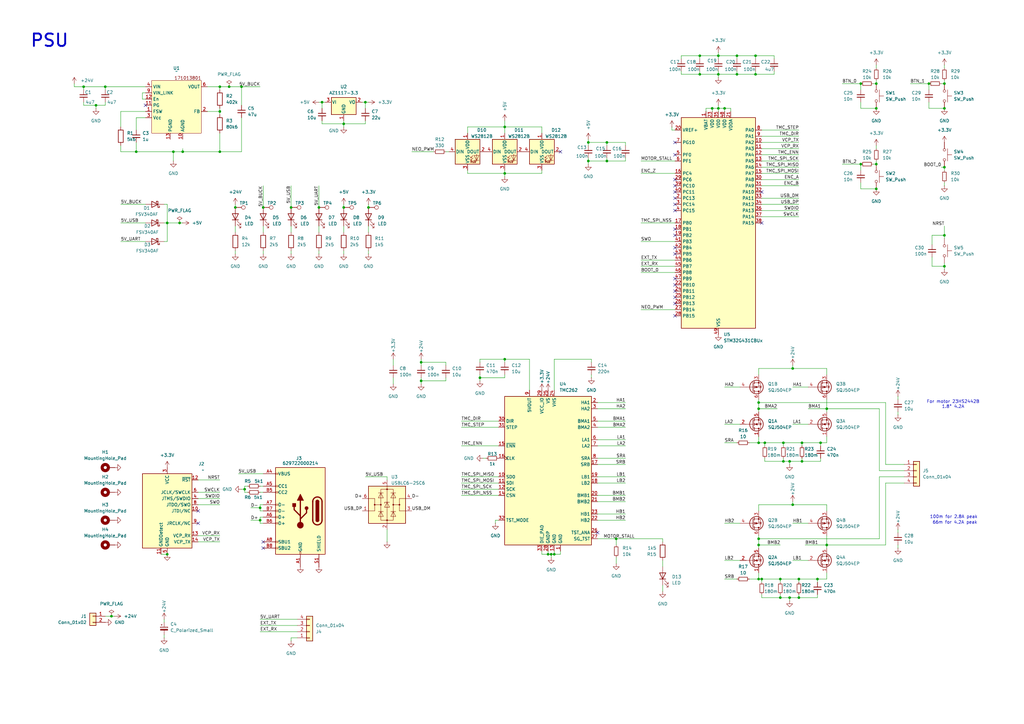
<source format=kicad_sch>
(kicad_sch (version 20250114) (generator "eeschema") (generator_version "9.0")
  (paper "A3")
  (text "66m for 4.2A peak" (at 391.668 214.376 0) (effects (font (size 1.27 1.27))))
  (text "100m for 2.8A peak" (at 391.16 212.09 0) (effects (font (size 1.27 1.27))))
  (text "For motor 23HS2442B\n1.8° 4.2A" (at 390.906 165.862 0) (effects (font (size 1.27 1.27))))
  (text "PSU\n" (at 20.32 16.764 0) (effects (font (size 5.08 5.08) (thickness 0.762) (bold yes))))
  (junction (at 294.64 44.45))
  (junction (at 107.95 85.09))
  (junction (at 292.1 44.45))
  (junction (at 241.3 58.42))
  (junction (at 39.37 43.18))
  (junction (at 93.98 35.56))
  (junction (at 34.29 35.56))
  (junction (at 302.26 30.48))
  (junction (at 311.15 237.49))
  (junction (at 323.85 245.11))
  (junction (at 119.38 85.09))
  (junction (at 287.02 22.86))
  (junction (at 353.06 34.29))
  (junction (at 311.15 167.64))
  (junction (at 320.04 245.11))
  (junction (at 294.64 22.86))
  (junction (at 140.97 50.8))
  (junction (at 196.85 154.94))
  (junction (at 381 34.29))
  (junction (at 68.58 227.33))
  (junction (at 132.08 41.91))
  (junction (at 287.02 30.48))
  (junction (at 297.18 44.45))
  (junction (at 323.85 189.23))
  (junction (at 172.72 148.59))
  (junction (at 140.97 85.09))
  (junction (at 387.35 68.58))
  (junction (at 309.88 22.86))
  (junction (at 74.93 62.23))
  (junction (at 241.3 66.04))
  (junction (at 311.15 223.52))
  (junction (at 327.66 237.49))
  (junction (at 328.93 181.61))
  (junction (at 335.28 237.49))
  (junction (at 248.92 58.42))
  (junction (at 73.66 91.44))
  (junction (at 45.72 252.73))
  (junction (at 90.17 62.23))
  (junction (at 359.41 67.31))
  (junction (at 312.42 237.49))
  (junction (at 294.64 30.48))
  (junction (at 90.17 45.72))
  (junction (at 359.41 77.47))
  (junction (at 387.35 44.45))
  (junction (at 302.26 22.86))
  (junction (at 387.35 34.29))
  (junction (at 248.92 66.04))
  (junction (at 106.68 208.28))
  (junction (at 387.35 109.22))
  (junction (at 90.17 35.56))
  (junction (at 96.52 85.09))
  (junction (at 321.31 189.23))
  (junction (at 336.55 181.61))
  (junction (at 68.58 91.44))
  (junction (at 359.41 44.45))
  (junction (at 309.88 30.48))
  (junction (at 151.13 85.09))
  (junction (at 106.68 213.36))
  (junction (at 55.88 62.23))
  (junction (at 313.69 181.61))
  (junction (at 353.06 67.31))
  (junction (at 224.79 227.33))
  (junction (at 130.81 85.09))
  (junction (at 172.72 156.21))
  (junction (at 43.18 35.56))
  (junction (at 100.33 200.66))
  (junction (at 71.12 62.23))
  (junction (at 359.41 34.29))
  (junction (at 227.33 227.33))
  (junction (at 327.66 245.11))
  (junction (at 328.93 189.23))
  (junction (at 311.15 220.98))
  (junction (at 387.35 96.52))
  (junction (at 311.15 165.1))
  (junction (at 320.04 237.49))
  (junction (at 339.09 167.64))
  (junction (at 321.31 181.61))
  (junction (at 325.12 151.13))
  (junction (at 339.09 223.52))
  (junction (at 207.01 147.32))
  (junction (at 226.06 227.33))
  (junction (at 149.86 41.91))
  (junction (at 252.73 220.98))
  (junction (at 99.06 35.56))
  (junction (at 207.01 52.07))
  (junction (at 311.15 181.61))
  (junction (at 325.12 207.01))
  (junction (at 207.01 71.12))
  (no_connect (at 276.86 96.52))
  (no_connect (at 276.86 119.38))
  (no_connect (at 276.86 83.82))
  (no_connect (at 276.86 93.98))
  (no_connect (at 276.86 78.74))
  (no_connect (at 276.86 104.14))
  (no_connect (at 276.86 63.5))
  (no_connect (at 276.86 58.42))
  (no_connect (at 312.42 91.44))
  (no_connect (at 107.95 224.79))
  (no_connect (at 107.95 222.25))
  (no_connect (at 276.86 76.2))
  (no_connect (at 276.86 129.54))
  (no_connect (at 59.69 43.18))
  (no_connect (at 245.11 218.44))
  (no_connect (at 276.86 121.92))
  (no_connect (at 229.87 62.23))
  (no_connect (at 276.86 116.84))
  (no_connect (at 276.86 81.28))
  (no_connect (at 276.86 101.6))
  (no_connect (at 276.86 124.46))
  (no_connect (at 81.28 214.63))
  (no_connect (at 276.86 114.3))
  (no_connect (at 276.86 86.36))
  (no_connect (at 276.86 73.66))
  (no_connect (at 312.42 78.74))
  (no_connect (at 81.28 209.55))
  (wire (pts (xy 81.28 222.25) (xy 90.17 222.25)))
  (wire (pts (xy 130.81 92.71) (xy 130.81 95.25)))
  (wire (pts (xy 49.53 83.82) (xy 59.69 83.82)))
  (wire (pts (xy 262.89 106.68) (xy 276.86 106.68)))
  (wire (pts (xy 49.53 62.23) (xy 55.88 62.23)))
  (wire (pts (xy 321.31 189.23) (xy 323.85 189.23)))
  (wire (pts (xy 323.85 245.11) (xy 323.85 246.38)))
  (wire (pts (xy 353.06 41.91) (xy 353.06 44.45)))
  (wire (pts (xy 198.12 187.96) (xy 199.39 187.96)))
  (wire (pts (xy 256.54 182.88) (xy 245.11 182.88)))
  (wire (pts (xy 328.93 181.61) (xy 328.93 182.88)))
  (wire (pts (xy 312.42 83.82) (xy 327.66 83.82)))
  (wire (pts (xy 100.33 199.39) (xy 100.33 200.66)))
  (wire (pts (xy 107.95 92.71) (xy 107.95 95.25)))
  (wire (pts (xy 382.27 96.52) (xy 382.27 100.33)))
  (wire (pts (xy 161.29 154.94) (xy 161.29 157.48)))
  (wire (pts (xy 353.06 77.47) (xy 359.41 77.47)))
  (wire (pts (xy 177.8 62.23) (xy 168.91 62.23)))
  (wire (pts (xy 119.38 261.62) (xy 119.38 262.89)))
  (wire (pts (xy 279.4 30.48) (xy 287.02 30.48)))
  (wire (pts (xy 287.02 30.48) (xy 287.02 29.21)))
  (wire (pts (xy 96.52 83.82) (xy 96.52 85.09)))
  (wire (pts (xy 297.18 44.45) (xy 299.72 44.45)))
  (wire (pts (xy 99.06 35.56) (xy 106.68 35.56)))
  (wire (pts (xy 90.17 35.56) (xy 93.98 35.56)))
  (wire (pts (xy 132.08 50.8) (xy 140.97 50.8)))
  (wire (pts (xy 58.42 40.64) (xy 59.69 40.64)))
  (wire (pts (xy 102.87 213.36) (xy 106.68 213.36)))
  (wire (pts (xy 252.73 228.6) (xy 252.73 231.14)))
  (wire (pts (xy 207.01 52.07) (xy 222.25 52.07)))
  (wire (pts (xy 140.97 92.71) (xy 140.97 95.25)))
  (wire (pts (xy 151.13 92.71) (xy 151.13 95.25)))
  (wire (pts (xy 256.54 198.12) (xy 245.11 198.12)))
  (wire (pts (xy 49.53 99.06) (xy 59.69 99.06)))
  (wire (pts (xy 323.85 189.23) (xy 328.93 189.23)))
  (wire (pts (xy 382.27 105.41) (xy 382.27 109.22)))
  (wire (pts (xy 49.53 59.69) (xy 49.53 62.23)))
  (wire (pts (xy 297.18 181.61) (xy 302.26 181.61)))
  (wire (pts (xy 353.06 74.93) (xy 353.06 77.47)))
  (wire (pts (xy 312.42 76.2) (xy 327.66 76.2)))
  (wire (pts (xy 262.89 66.04) (xy 276.86 66.04)))
  (wire (pts (xy 297.18 214.63) (xy 303.53 214.63)))
  (wire (pts (xy 321.31 181.61) (xy 321.31 182.88)))
  (wire (pts (xy 30.48 35.56) (xy 30.48 34.29)))
  (wire (pts (xy 359.41 26.67) (xy 359.41 27.94)))
  (wire (pts (xy 312.42 53.34) (xy 327.66 53.34)))
  (wire (pts (xy 196.85 147.32) (xy 196.85 148.59)))
  (wire (pts (xy 68.58 91.44) (xy 67.31 91.44)))
  (wire (pts (xy 106.68 254) (xy 121.92 254)))
  (wire (pts (xy 241.3 67.31) (xy 241.3 66.04)))
  (wire (pts (xy 81.28 207.01) (xy 90.17 207.01)))
  (wire (pts (xy 97.79 194.31) (xy 107.95 194.31)))
  (wire (pts (xy 74.93 60.96) (xy 74.93 62.23)))
  (wire (pts (xy 311.15 165.1) (xy 311.15 167.64)))
  (wire (pts (xy 93.98 35.56) (xy 99.06 35.56)))
  (wire (pts (xy 345.44 67.31) (xy 353.06 67.31)))
  (wire (pts (xy 245.11 172.72) (xy 256.54 172.72)))
  (wire (pts (xy 191.77 71.12) (xy 207.01 71.12)))
  (wire (pts (xy 336.55 189.23) (xy 336.55 187.96)))
  (wire (pts (xy 359.41 59.69) (xy 359.41 60.96)))
  (wire (pts (xy 106.68 201.93) (xy 107.95 201.93)))
  (wire (pts (xy 132.08 49.53) (xy 132.08 50.8)))
  (wire (pts (xy 217.17 147.32) (xy 207.01 147.32)))
  (wire (pts (xy 248.92 66.04) (xy 241.3 66.04)))
  (wire (pts (xy 311.15 220.98) (xy 311.15 223.52)))
  (wire (pts (xy 323.85 245.11) (xy 327.66 245.11)))
  (wire (pts (xy 106.68 208.28) (xy 106.68 209.55)))
  (wire (pts (xy 297.18 173.99) (xy 303.53 173.99)))
  (wire (pts (xy 189.23 175.26) (xy 204.47 175.26)))
  (wire (pts (xy 49.53 45.72) (xy 49.53 52.07)))
  (wire (pts (xy 106.68 212.09) (xy 106.68 213.36)))
  (wire (pts (xy 196.85 153.67) (xy 196.85 154.94)))
  (wire (pts (xy 327.66 237.49) (xy 327.66 238.76)))
  (wire (pts (xy 189.23 182.88) (xy 204.47 182.88)))
  (wire (pts (xy 222.25 227.33) (xy 222.25 226.06)))
  (wire (pts (xy 331.47 167.64) (xy 339.09 167.64)))
  (wire (pts (xy 149.86 44.45) (xy 149.86 41.91)))
  (wire (pts (xy 207.01 147.32) (xy 207.01 148.59)))
  (wire (pts (xy 149.86 41.91) (xy 148.59 41.91)))
  (wire (pts (xy 106.68 207.01) (xy 106.68 208.28)))
  (wire (pts (xy 312.42 245.11) (xy 320.04 245.11)))
  (wire (pts (xy 43.18 35.56) (xy 59.69 35.56)))
  (wire (pts (xy 297.18 45.72) (xy 297.18 44.45)))
  (wire (pts (xy 158.75 222.25) (xy 158.75 217.17)))
  (wire (pts (xy 58.42 38.1) (xy 58.42 40.64)))
  (wire (pts (xy 325.12 229.87) (xy 331.47 229.87)))
  (wire (pts (xy 151.13 102.87) (xy 151.13 104.14)))
  (wire (pts (xy 287.02 22.86) (xy 287.02 24.13)))
  (wire (pts (xy 292.1 45.72) (xy 292.1 44.45)))
  (wire (pts (xy 241.3 66.04) (xy 241.3 64.77)))
  (wire (pts (xy 248.92 58.42) (xy 248.92 59.69)))
  (wire (pts (xy 309.88 30.48) (xy 309.88 29.21)))
  (wire (pts (xy 339.09 224.79) (xy 339.09 223.52)))
  (wire (pts (xy 328.93 189.23) (xy 336.55 189.23)))
  (wire (pts (xy 323.85 189.23) (xy 323.85 190.5)))
  (wire (pts (xy 101.6 199.39) (xy 100.33 199.39)))
  (wire (pts (xy 59.69 45.72) (xy 49.53 45.72)))
  (wire (pts (xy 360.68 193.04) (xy 370.84 193.04)))
  (wire (pts (xy 81.28 201.93) (xy 90.17 201.93)))
  (wire (pts (xy 262.89 111.76) (xy 276.86 111.76)))
  (wire (pts (xy 189.23 200.66) (xy 204.47 200.66)))
  (wire (pts (xy 100.33 200.66) (xy 100.33 201.93)))
  (wire (pts (xy 149.86 195.58) (xy 158.75 195.58)))
  (wire (pts (xy 381 36.83) (xy 381 34.29)))
  (wire (pts (xy 317.5 30.48) (xy 309.88 30.48)))
  (wire (pts (xy 311.15 220.98) (xy 360.68 220.98)))
  (wire (pts (xy 363.22 190.5) (xy 370.84 190.5)))
  (wire (pts (xy 55.88 62.23) (xy 71.12 62.23)))
  (wire (pts (xy 121.92 261.62) (xy 119.38 261.62)))
  (wire (pts (xy 245.11 175.26) (xy 256.54 175.26)))
  (wire (pts (xy 289.56 44.45) (xy 292.1 44.45)))
  (wire (pts (xy 262.89 71.12) (xy 276.86 71.12)))
  (wire (pts (xy 311.15 234.95) (xy 311.15 237.49)))
  (wire (pts (xy 311.15 181.61) (xy 313.69 181.61)))
  (wire (pts (xy 386.08 34.29) (xy 387.35 34.29)))
  (wire (pts (xy 140.97 49.53) (xy 140.97 50.8)))
  (wire (pts (xy 182.88 149.86) (xy 182.88 148.59)))
  (wire (pts (xy 90.17 45.72) (xy 90.17 46.99)))
  (wire (pts (xy 85.09 35.56) (xy 90.17 35.56)))
  (wire (pts (xy 245.11 190.5) (xy 256.54 190.5)))
  (wire (pts (xy 339.09 167.64) (xy 339.09 168.91)))
  (wire (pts (xy 106.68 256.54) (xy 121.92 256.54)))
  (wire (pts (xy 90.17 62.23) (xy 99.06 62.23)))
  (wire (pts (xy 271.78 229.87) (xy 271.78 232.41)))
  (wire (pts (xy 325.12 205.74) (xy 325.12 207.01)))
  (wire (pts (xy 312.42 86.36) (xy 327.66 86.36)))
  (wire (pts (xy 106.68 214.63) (xy 107.95 214.63)))
  (wire (pts (xy 353.06 36.83) (xy 353.06 34.29)))
  (wire (pts (xy 327.66 237.49) (xy 335.28 237.49)))
  (wire (pts (xy 68.58 227.33) (xy 66.04 227.33)))
  (wire (pts (xy 363.22 165.1) (xy 363.22 190.5)))
  (wire (pts (xy 309.88 22.86) (xy 317.5 22.86)))
  (wire (pts (xy 368.3 170.18) (xy 368.3 168.91)))
  (wire (pts (xy 387.35 96.52) (xy 382.27 96.52)))
  (wire (pts (xy 34.29 35.56) (xy 43.18 35.56)))
  (wire (pts (xy 227.33 227.33) (xy 227.33 226.06)))
  (wire (pts (xy 107.95 76.2) (xy 107.95 85.09)))
  (wire (pts (xy 73.66 91.44) (xy 74.93 91.44)))
  (wire (pts (xy 71.12 62.23) (xy 74.93 62.23)))
  (wire (pts (xy 207.01 71.12) (xy 222.25 71.12)))
  (wire (pts (xy 172.72 156.21) (xy 182.88 156.21)))
  (wire (pts (xy 387.35 97.79) (xy 387.35 96.52)))
  (wire (pts (xy 313.69 187.96) (xy 313.69 189.23)))
  (wire (pts (xy 311.15 163.83) (xy 311.15 165.1)))
  (wire (pts (xy 207.01 54.61) (xy 207.01 52.07)))
  (wire (pts (xy 262.89 127) (xy 276.86 127)))
  (wire (pts (xy 339.09 151.13) (xy 339.09 153.67)))
  (wire (pts (xy 130.81 102.87) (xy 130.81 104.14)))
  (wire (pts (xy 245.11 187.96) (xy 256.54 187.96)))
  (wire (pts (xy 363.22 198.12) (xy 370.84 198.12)))
  (wire (pts (xy 327.66 245.11) (xy 327.66 243.84)))
  (wire (pts (xy 313.69 189.23) (xy 321.31 189.23)))
  (wire (pts (xy 311.15 223.52) (xy 311.15 224.79)))
  (wire (pts (xy 325.12 151.13) (xy 339.09 151.13)))
  (wire (pts (xy 256.54 58.42) (xy 248.92 58.42)))
  (wire (pts (xy 359.41 66.04) (xy 359.41 67.31)))
  (wire (pts (xy 302.26 30.48) (xy 309.88 30.48)))
  (wire (pts (xy 99.06 48.26) (xy 99.06 62.23)))
  (wire (pts (xy 90.17 35.56) (xy 90.17 36.83)))
  (wire (pts (xy 30.48 35.56) (xy 34.29 35.56)))
  (wire (pts (xy 294.64 30.48) (xy 294.64 29.21)))
  (wire (pts (xy 387.35 107.95) (xy 387.35 109.22)))
  (wire (pts (xy 245.11 220.98) (xy 252.73 220.98)))
  (wire (pts (xy 381 41.91) (xy 381 44.45)))
  (wire (pts (xy 312.42 238.76) (xy 312.42 237.49)))
  (wire (pts (xy 335.28 237.49) (xy 339.09 237.49)))
  (wire (pts (xy 100.33 201.93) (xy 101.6 201.93)))
  (wire (pts (xy 90.17 54.61) (xy 90.17 62.23)))
  (wire (pts (xy 242.57 147.32) (xy 242.57 148.59)))
  (wire (pts (xy 256.54 213.36) (xy 245.11 213.36)))
  (wire (pts (xy 207.01 147.32) (xy 196.85 147.32)))
  (wire (pts (xy 222.25 69.85) (xy 222.25 71.12)))
  (wire (pts (xy 312.42 71.12) (xy 327.66 71.12)))
  (wire (pts (xy 172.72 154.94) (xy 172.72 156.21)))
  (wire (pts (xy 102.87 208.28) (xy 106.68 208.28)))
  (wire (pts (xy 119.38 92.71) (xy 119.38 95.25)))
  (wire (pts (xy 242.57 153.67) (xy 242.57 154.94)))
  (wire (pts (xy 302.26 22.86) (xy 294.64 22.86)))
  (wire (pts (xy 245.11 205.74) (xy 256.54 205.74)))
  (wire (pts (xy 46.99 252.73) (xy 45.72 252.73)))
  (wire (pts (xy 309.88 22.86) (xy 302.26 22.86)))
  (wire (pts (xy 353.06 44.45) (xy 359.41 44.45)))
  (wire (pts (xy 119.38 102.87) (xy 119.38 104.14)))
  (wire (pts (xy 224.79 227.33) (xy 224.79 226.06)))
  (wire (pts (xy 307.34 237.49) (xy 311.15 237.49)))
  (wire (pts (xy 99.06 35.56) (xy 99.06 43.18)))
  (wire (pts (xy 140.97 102.87) (xy 140.97 104.14)))
  (wire (pts (xy 262.89 109.22) (xy 276.86 109.22)))
  (wire (pts (xy 313.69 181.61) (xy 321.31 181.61)))
  (wire (pts (xy 68.58 99.06) (xy 67.31 99.06)))
  (wire (pts (xy 325.12 173.99) (xy 331.47 173.99)))
  (wire (pts (xy 39.37 43.18) (xy 39.37 44.45)))
  (wire (pts (xy 130.81 41.91) (xy 132.08 41.91)))
  (wire (pts (xy 311.15 167.64) (xy 311.15 168.91)))
  (wire (pts (xy 68.58 99.06) (xy 68.58 91.44)))
  (wire (pts (xy 107.95 212.09) (xy 106.68 212.09)))
  (wire (pts (xy 321.31 181.61) (xy 328.93 181.61)))
  (wire (pts (xy 302.26 30.48) (xy 302.26 29.21)))
  (wire (pts (xy 106.68 209.55) (xy 107.95 209.55)))
  (wire (pts (xy 297.18 237.49) (xy 302.26 237.49)))
  (wire (pts (xy 302.26 30.48) (xy 294.64 30.48)))
  (wire (pts (xy 312.42 237.49) (xy 320.04 237.49)))
  (wire (pts (xy 43.18 43.18) (xy 43.18 41.91)))
  (wire (pts (xy 140.97 50.8) (xy 149.86 50.8)))
  (wire (pts (xy 248.92 66.04) (xy 256.54 66.04)))
  (wire (pts (xy 149.86 50.8) (xy 149.86 49.53)))
  (wire (pts (xy 311.15 237.49) (xy 312.42 237.49)))
  (wire (pts (xy 248.92 58.42) (xy 241.3 58.42)))
  (wire (pts (xy 312.42 243.84) (xy 312.42 245.11)))
  (wire (pts (xy 294.64 44.45) (xy 297.18 44.45)))
  (wire (pts (xy 71.12 62.23) (xy 71.12 66.04)))
  (wire (pts (xy 335.28 237.49) (xy 335.28 238.76)))
  (wire (pts (xy 327.66 60.96) (xy 312.42 60.96)))
  (wire (pts (xy 74.93 62.23) (xy 90.17 62.23)))
  (wire (pts (xy 226.06 227.33) (xy 226.06 228.6)))
  (wire (pts (xy 387.35 26.67) (xy 387.35 27.94)))
  (wire (pts (xy 312.42 55.88) (xy 327.66 55.88)))
  (wire (pts (xy 312.42 81.28) (xy 327.66 81.28)))
  (wire (pts (xy 59.69 48.26) (xy 55.88 48.26)))
  (wire (pts (xy 360.68 220.98) (xy 360.68 195.58)))
  (wire (pts (xy 39.37 43.18) (xy 43.18 43.18)))
  (wire (pts (xy 172.72 148.59) (xy 172.72 149.86)))
  (wire (pts (xy 252.73 220.98) (xy 252.73 223.52)))
  (wire (pts (xy 309.88 22.86) (xy 309.88 24.13)))
  (wire (pts (xy 67.31 261.62) (xy 67.31 260.35)))
  (wire (pts (xy 81.28 219.71) (xy 90.17 219.71)))
  (wire (pts (xy 358.14 34.29) (xy 359.41 34.29)))
  (wire (pts (xy 262.89 91.44) (xy 276.86 91.44)))
  (wire (pts (xy 68.58 83.82) (xy 67.31 83.82)))
  (wire (pts (xy 227.33 160.02) (xy 227.33 147.32)))
  (wire (pts (xy 189.23 172.72) (xy 204.47 172.72)))
  (wire (pts (xy 43.18 36.83) (xy 43.18 35.56)))
  (wire (pts (xy 368.3 224.79) (xy 368.3 223.52)))
  (wire (pts (xy 106.68 199.39) (xy 107.95 199.39)))
  (wire (pts (xy 34.29 43.18) (xy 39.37 43.18)))
  (wire (pts (xy 294.64 21.59) (xy 294.64 22.86)))
  (wire (pts (xy 59.69 38.1) (xy 58.42 38.1)))
  (wire (pts (xy 360.68 195.58) (xy 370.84 195.58)))
  (wire (pts (xy 241.3 58.42) (xy 241.3 59.69)))
  (wire (pts (xy 256.54 165.1) (xy 245.11 165.1)))
  (wire (pts (xy 320.04 243.84) (xy 320.04 245.11)))
  (wire (pts (xy 311.15 219.71) (xy 311.15 220.98)))
  (wire (pts (xy 85.09 45.72) (xy 90.17 45.72)))
  (wire (pts (xy 245.11 203.2) (xy 256.54 203.2)))
  (wire (pts (xy 335.28 245.11) (xy 335.28 243.84)))
  (wire (pts (xy 203.2 213.36) (xy 204.47 213.36)))
  (wire (pts (xy 360.68 167.64) (xy 360.68 193.04)))
  (wire (pts (xy 196.85 154.94) (xy 196.85 156.21)))
  (wire (pts (xy 256.54 167.64) (xy 245.11 167.64)))
  (wire (pts (xy 207.01 49.53) (xy 207.01 52.07)))
  (wire (pts (xy 229.87 227.33) (xy 229.87 226.06)))
  (wire (pts (xy 172.72 148.59) (xy 182.88 148.59)))
  (wire (pts (xy 294.64 31.75) (xy 294.64 30.48)))
  (wire (pts (xy 96.52 102.87) (xy 96.52 104.14)))
  (wire (pts (xy 279.4 22.86) (xy 279.4 24.13)))
  (wire (pts (xy 387.35 92.71) (xy 387.35 96.52)))
  (wire (pts (xy 317.5 29.21) (xy 317.5 30.48)))
  (wire (pts (xy 328.93 181.61) (xy 336.55 181.61)))
  (wire (pts (xy 327.66 245.11) (xy 335.28 245.11)))
  (wire (pts (xy 256.54 210.82) (xy 245.11 210.82)))
  (wire (pts (xy 189.23 195.58) (xy 204.47 195.58)))
  (wire (pts (xy 81.28 196.85) (xy 90.17 196.85)))
  (wire (pts (xy 312.42 68.58) (xy 327.66 68.58)))
  (wire (pts (xy 203.2 214.63) (xy 203.2 213.36)))
  (wire (pts (xy 107.95 207.01) (xy 106.68 207.01)))
  (wire (pts (xy 161.29 147.32) (xy 161.29 149.86)))
  (wire (pts (xy 182.88 156.21) (xy 182.88 154.94)))
  (wire (pts (xy 172.72 156.21) (xy 172.72 157.48)))
  (wire (pts (xy 227.33 147.32) (xy 242.57 147.32)))
  (wire (pts (xy 132.08 41.91) (xy 133.35 41.91)))
  (wire (pts (xy 339.09 181.61) (xy 339.09 179.07)))
  (wire (pts (xy 336.55 181.61) (xy 339.09 181.61)))
  (wire (pts (xy 191.77 52.07) (xy 207.01 52.07)))
  (wire (pts (xy 68.58 91.44) (xy 73.66 91.44)))
  (wire (pts (xy 256.54 66.04) (xy 256.54 64.77)))
  (wire (pts (xy 172.72 147.32) (xy 172.72 148.59)))
  (wire (pts (xy 34.29 41.91) (xy 34.29 43.18)))
  (wire (pts (xy 307.34 181.61) (xy 311.15 181.61)))
  (wire (pts (xy 325.12 149.86) (xy 325.12 151.13)))
  (wire (pts (xy 34.29 36.83) (xy 34.29 35.56)))
  (wire (pts (xy 312.42 66.04) (xy 327.66 66.04)))
  (wire (pts (xy 312.42 88.9) (xy 327.66 88.9)))
  (wire (pts (xy 96.52 92.71) (xy 96.52 95.25)))
  (wire (pts (xy 248.92 66.04) (xy 248.92 64.77)))
  (wire (pts (xy 106.68 213.36) (xy 106.68 214.63)))
  (wire (pts (xy 302.26 22.86) (xy 302.26 24.13)))
  (wire (pts (xy 330.2 223.52) (xy 339.09 223.52)))
  (wire (pts (xy 312.42 63.5) (xy 327.66 63.5)))
  (wire (pts (xy 196.85 154.94) (xy 207.01 154.94)))
  (wire (pts (xy 339.09 163.83) (xy 339.09 167.64)))
  (wire (pts (xy 279.4 30.48) (xy 279.4 29.21)))
  (wire (pts (xy 311.15 223.52) (xy 320.04 223.52)))
  (wire (pts (xy 275.59 53.34) (xy 275.59 52.07)))
  (wire (pts (xy 320.04 237.49) (xy 320.04 238.76)))
  (wire (pts (xy 339.09 223.52) (xy 363.22 223.52)))
  (wire (pts (xy 241.3 57.15) (xy 241.3 58.42)))
  (wire (pts (xy 373.38 34.29) (xy 381 34.29)))
  (wire (pts (xy 49.53 91.44) (xy 59.69 91.44)))
  (wire (pts (xy 311.15 165.1) (xy 363.22 165.1)))
  (wire (pts (xy 387.35 33.02) (xy 387.35 34.29)))
  (wire (pts (xy 336.55 181.61) (xy 336.55 182.88)))
  (wire (pts (xy 227.33 227.33) (xy 229.87 227.33)))
  (wire (pts (xy 99.06 200.66) (xy 100.33 200.66)))
  (wire (pts (xy 299.72 45.72) (xy 299.72 44.45)))
  (wire (pts (xy 189.23 203.2) (xy 204.47 203.2)))
  (wire (pts (xy 130.81 76.2) (xy 130.81 85.09)))
  (wire (pts (xy 311.15 179.07) (xy 311.15 181.61)))
  (wire (pts (xy 381 44.45) (xy 387.35 44.45)))
  (wire (pts (xy 313.69 181.61) (xy 313.69 182.88)))
  (wire (pts (xy 67.31 254) (xy 67.31 255.27)))
  (wire (pts (xy 107.95 102.87) (xy 107.95 104.14)))
  (wire (pts (xy 106.68 259.08) (xy 121.92 259.08)))
  (wire (pts (xy 158.75 195.58) (xy 158.75 196.85)))
  (wire (pts (xy 191.77 69.85) (xy 191.77 71.12)))
  (wire (pts (xy 151.13 83.82) (xy 151.13 85.09)))
  (wire (pts (xy 224.79 227.33) (xy 226.06 227.33)))
  (wire (pts (xy 325.12 214.63) (xy 331.47 214.63)))
  (wire (pts (xy 149.86 41.91) (xy 151.13 41.91)))
  (wire (pts (xy 222.25 52.07) (xy 222.25 54.61)))
  (wire (pts (xy 294.64 22.86) (xy 294.64 24.13)))
  (wire (pts (xy 387.35 74.93) (xy 387.35 76.2)))
  (wire (pts (xy 294.64 44.45) (xy 294.64 45.72)))
  (wire (pts (xy 339.09 219.71) (xy 339.09 223.52)))
  (wire (pts (xy 45.72 252.73) (xy 43.18 252.73)))
  (wire (pts (xy 339.09 237.49) (xy 339.09 234.95)))
  (wire (pts (xy 345.44 34.29) (xy 353.06 34.29)))
  (wire (pts (xy 368.3 217.17) (xy 368.3 218.44)))
  (wire (pts (xy 292.1 44.45) (xy 294.64 44.45)))
  (wire (pts (xy 207.01 69.85) (xy 207.01 71.12)))
  (wire (pts (xy 252.73 220.98) (xy 271.78 220.98)))
  (wire (pts (xy 262.89 99.06) (xy 276.86 99.06)))
  (wire (pts (xy 271.78 240.03) (xy 271.78 242.57)))
  (wire (pts (xy 256.54 180.34) (xy 245.11 180.34)))
  (wire (pts (xy 297.18 229.87) (xy 303.53 229.87)))
  (wire (pts (xy 311.15 167.64) (xy 318.77 167.64)))
  (wire (pts (xy 358.14 67.31) (xy 359.41 67.31)))
  (wire (pts (xy 132.08 44.45) (xy 132.08 41.91)))
  (wire (pts (xy 327.66 58.42) (xy 312.42 58.42)))
  (wire (pts (xy 325.12 158.75) (xy 331.47 158.75)))
  (wire (pts (xy 217.17 147.32) (xy 217.17 160.02)))
  (wire (pts (xy 311.15 153.67) (xy 311.15 151.13)))
  (wire (pts (xy 317.5 24.13) (xy 317.5 22.86)))
  (wire (pts (xy 311.15 151.13) (xy 325.12 151.13)))
  (wire (pts (xy 382.27 109.22) (xy 387.35 109.22)))
  (wire (pts (xy 81.28 204.47) (xy 90.17 204.47)))
  (wire (pts (xy 328.93 189.23) (xy 328.93 187.96)))
  (wire (pts (xy 287.02 22.86) (xy 294.64 22.86)))
  (wire (pts (xy 256.54 58.42) (xy 256.54 59.69)))
  (wire (pts (xy 359.41 33.02) (xy 359.41 34.29)))
  (wire (pts (xy 276.86 53.34) (xy 275.59 53.34)))
  (wire (pts (xy 207.01 153.67) (xy 207.01 154.94)))
  (wire (pts (xy 207.01 71.12) (xy 207.01 72.39)))
  (wire (pts (xy 222.25 227.33) (xy 224.79 227.33)))
  (wire (pts (xy 387.35 109.22) (xy 387.35 110.49)))
  (wire (pts (xy 312.42 73.66) (xy 327.66 73.66)))
  (wire (pts (xy 256.54 195.58) (xy 245.11 195.58)))
  (wire (pts (xy 387.35 68.58) (xy 387.35 69.85)))
  (wire (pts (xy 287.02 30.48) (xy 294.64 30.48)))
  (wire (pts (xy 353.06 69.85) (xy 353.06 67.31)))
  (wire (pts (xy 294.64 43.18) (xy 294.64 44.45)))
  (wire (pts (xy 368.3 162.56) (xy 368.3 163.83)))
  (wire (pts (xy 55.88 58.42) (xy 55.88 62.23)))
  (wire (pts (xy 339.09 167.64) (xy 360.68 167.64)))
  (wire (pts (xy 55.88 48.26) (xy 55.88 53.34)))
  (wire (pts (xy 387.35 68.58) (xy 386.08 68.58)))
  (wire (pts (xy 271.78 222.25) (xy 271.78 220.98)))
  (wire (pts (xy 289.56 45.72) (xy 289.56 44.45)))
  (wire (pts (xy 90.17 44.45) (xy 90.17 45.72)))
  (wire (pts (xy 140.97 83.82) (xy 140.97 85.09)))
  (wire (pts (xy 119.38 76.2) (xy 119.38 85.09)))
  (wire (pts (xy 320.04 237.49) (xy 327.66 237.49)))
  (wire (pts (xy 140.97 50.8) (xy 140.97 52.07)))
  (wire (pts (xy 226.06 227.33) (xy 227.33 227.33)))
  (wire (pts (xy 363.22 223.52) (xy 363.22 198.12)))
  (wire (pts (xy 311.15 209.55) (xy 311.15 207.01)))
  (wire (pts (xy 311.15 207.01) (xy 325.12 207.01)))
  (wire (pts (xy 182.88 62.23) (xy 184.15 62.23)))
  (wire (pts (xy 339.09 207.01) (xy 339.09 209.55)))
  (wire (pts (xy 189.23 198.12) (xy 204.47 198.12)))
  (wire (pts (xy 191.77 54.61) (xy 191.77 52.07)))
  (wire (pts (xy 320.04 245.11) (xy 323.85 245.11)))
  (wire (pts (xy 325.12 207.01) (xy 339.09 207.01)))
  (wire (pts (xy 287.02 22.86) (xy 279.4 22.86)))
  (wire (pts (xy 297.18 158.75) (xy 303.53 158.75)))
  (wire (pts (xy 321.31 187.96) (xy 321.31 189.23)))
  (wire (pts (xy 68.58 83.82) (xy 68.58 91.44)))
  (label "LA2" (at 297.18 173.99 0))
  (label "BMB2" (at 256.54 205.74 180))
  (label "TMC_SPI_NSS" (at 262.89 91.44 0))
  (label "NRST" (at 387.35 92.71 180))
  (label "HA1" (at 325.12 158.75 0))
  (label "HA2" (at 297.18 158.75 0))
  (label "BMA2" (at 318.77 167.64 180))
  (label "EXT_RX" (at 262.89 109.22 0))
  (label "LB2" (at 297.18 229.87 0))
  (label "LB2" (at 256.54 198.12 180))
  (label "NEO_PWM" (at 168.91 62.23 0))
  (label "HB2" (at 297.18 214.63 0))
  (label "SRA" (at 256.54 187.96 180))
  (label "SWCLK" (at 90.17 201.93 180))
  (label "TMC_SPI_MOSI" (at 189.23 198.12 0))
  (label "HB1" (at 256.54 210.82 180))
  (label "EXT_TX" (at 262.89 106.68 0))
  (label "D+" (at 102.87 213.36 0))
  (label "USB_DM" (at 168.91 209.55 0))
  (label "TMC_STEP" (at 189.23 175.26 0))
  (label "BMA1" (at 256.54 172.72 180))
  (label "TMC_SPI_MISO" (at 327.66 68.58 180))
  (label "SWDIO" (at 327.66 86.36 180))
  (label "BTN_0" (at 345.44 34.29 0))
  (label "5V_USB" (at 119.38 76.2 270))
  (label "5V_BUCK" (at 106.68 35.56 180))
  (label "EXT_RX" (at 106.68 259.08 0))
  (label "5V_UART" (at 106.68 254 0))
  (label "USB_DP" (at 148.59 209.55 180))
  (label "SRB" (at 256.54 190.5 180))
  (label "TMC_SPI_SCK" (at 189.23 200.66 0))
  (label "BOOT_0" (at 386.08 68.58 180))
  (label "SRB" (at 297.18 237.49 0))
  (label "MOTOR_STALL" (at 262.89 66.04 0))
  (label "HB2" (at 256.54 213.36 180))
  (label "TMC_SPI_MISO" (at 189.23 195.58 0))
  (label "TMC_SPI_MOSI" (at 327.66 71.12 180))
  (label "TMC_DIR" (at 189.23 172.72 0))
  (label "VCP_TX" (at 90.17 222.25 180))
  (label "TMC_ENN" (at 327.66 63.5 180))
  (label "SWDIO" (at 90.17 204.47 180))
  (label "LA1" (at 325.12 173.99 0))
  (label "D+" (at 148.59 204.47 180))
  (label "TMC_SPI_SCK" (at 327.66 66.04 180))
  (label "ENC_Z" (at 262.89 71.12 0))
  (label "BMA1" (at 331.47 167.64 0))
  (label "NEO_PWM" (at 262.89 127 0))
  (label "5V_UART" (at 49.53 99.06 0))
  (label "5V_USB" (at 49.53 91.44 0))
  (label "5V_BUCK" (at 107.95 76.2 270))
  (label "LA1" (at 256.54 180.34 180))
  (label "BTN_2" (at 345.44 67.31 0))
  (label "VCP_RX" (at 90.17 219.71 180))
  (label "TMC_DIR" (at 327.66 55.88 180))
  (label "SWO" (at 262.89 99.06 0))
  (label "BMA2" (at 256.54 175.26 180))
  (label "5V_USB" (at 97.79 194.31 0))
  (label "TMC_SPI_NSS" (at 189.23 203.2 0))
  (label "LB1" (at 325.12 229.87 0))
  (label "ENC_B" (at 327.66 76.2 180))
  (label "HB1" (at 325.12 214.63 0))
  (label "LB1" (at 256.54 195.58 180))
  (label "BMB1" (at 256.54 203.2 180))
  (label "5V_UART" (at 130.81 76.2 270))
  (label "VCP_RX" (at 327.66 60.96 180))
  (label "BMB2" (at 320.04 223.52 180))
  (label "SRA" (at 297.18 181.61 0))
  (label "TMC_STEP" (at 327.66 53.34 180))
  (label "5V_USB" (at 149.86 195.58 0))
  (label "D-" (at 168.91 204.47 0))
  (label "USB_DP" (at 327.66 83.82 180))
  (label "VCP_TX" (at 327.66 58.42 180))
  (label "MOTOR_STALL" (at 260.35 220.98 180))
  (label "EXT_TX" (at 106.68 256.54 0))
  (label "BOOT_0" (at 262.89 111.76 0))
  (label "SWCLK" (at 327.66 88.9 180))
  (label "D-" (at 102.87 208.28 0))
  (label "HA2" (at 256.54 167.64 180))
  (label "LA2" (at 256.54 182.88 180))
  (label "5V_BUCK" (at 49.53 83.82 0))
  (label "NRST" (at 90.17 196.85 180))
  (label "BMB1" (at 330.2 223.52 0))
  (label "HA1" (at 256.54 165.1 180))
  (label "ENC_A" (at 327.66 73.66 180))
  (label "BTN_1" (at 373.38 34.29 0))
  (label "TMC_ENN" (at 189.23 182.88 0))
  (label "SWO" (at 90.17 207.01 180))
  (label "USB_DM" (at 327.66 81.28 180))
  (symbol (lib_id "power:+5V") (at 130.81 41.91 90) (unit 1)
    (property "Reference" "#PWR022" (effects (hide yes)))
    (property "Value" "+5V" (at 127 41.9099 90) (effects (justify left)))
    (property "Description" "Power symbol creates a global label with name \"+5V\"" (effects (hide yes)))
  )
  (symbol (lib_id "power:GND") (at 46.99 201.93 90) (unit 1)
    (property "Reference" "#PWR05" (effects (hide yes)))
    (property "Value" "GND" (effects (hide yes)))
    (property "Description" "Power symbol creates a global label with name \"GND\" , ground" (effects (hide yes)))
  )
  (symbol (lib_id "Maker_librairy:WE_171013801") (at 72.39 43.18 0) (unit 1)
    (property "Reference" "U1" (at 72.39 27.94 0))
    (property "Value" "~" (at 72.39 29.21 0))
    (property "Footprint" "Maker:171013801" (effects (hide yes)))
  )
  (symbol (lib_id "Device:C_Small") (at 196.85 151.13 0) (unit 1)
    (property "Reference" "C11" (at 199.39 149.8662 0) (effects (justify left)))
    (property "Value" "470n" (at 199.39 152.4062 0) (effects (justify left)))
    (property "Footprint" "Capacitor_SMD:C_0402_1005Metric" (effects (hide yes)))
    (property "Description" "Unpolarized capacitor, small symbol" (effects (hide yes)))
  )
  (symbol (lib_id "Connector:TestPoint") (at 130.81 85.09 270) (unit 1)
    (property "Reference" "TP4" (at 134.366 83.312 90))
    (property "Value" "5V_USB" (effects (hide yes)))
    (property "Footprint" "TestPoint:TestPoint_Pad_D1.0mm" (effects (hide yes)))
    (property "Description" "test point" (effects (hide yes)))
  )
  (symbol (lib_id "power:GND") (at 207.01 72.39 0) (unit 1)
    (property "Reference" "#PWR040" (effects (hide yes)))
    (property "Value" "GND" (at 207.01 77.47 0))
    (property "Description" "Power symbol creates a global label with name \"GND\" , ground" (effects (hide yes)))
  )
  (symbol (lib_id "SQJ504EP:SQJ504EP") (at 336.55 173.99 0) (unit 1)
    (property "Reference" "Q3" (at 342.9 172.7199 0) (effects (justify left)))
    (property "Value" "SQJ504EP" (at 342.9 175.2599 0) (effects (justify left)))
    (property "Footprint" "Maker:SQJ504EP" (effects (hide yes)))
    (property "MPN" "SQJ504EP-T1_GE3" (effects (hide yes)))
  )
  (symbol (lib_id "Connector:TestPoint") (at 119.38 85.09 270) (unit 1)
    (property "Reference" "TP3" (at 122.936 83.312 90))
    (property "Value" "5V_USB" (effects (hide yes)))
    (property "Footprint" "TestPoint:TestPoint_Pad_D1.0mm" (effects (hide yes)))
    (property "Description" "test point" (effects (hide yes)))
  )
  (symbol (lib_id "power:GND") (at 43.18 255.27 90) (unit 1)
    (property "Reference" "#PWR03" (effects (hide yes)))
    (property "Value" "GND" (at 46.99 255.2699 90) (effects (justify right)))
    (property "Description" "Power symbol creates a global label with name \"GND\" , ground" (effects (hide yes)))
  )
  (symbol (lib_id "power:GND") (at 161.29 157.48 0) (unit 1)
    (property "Reference" "#PWR033" (effects (hide yes)))
    (property "Value" "GND" (at 161.29 162.56 0))
    (property "Description" "Power symbol creates a global label with name \"GND\" , ground" (effects (hide yes)))
  )
  (symbol (lib_id "Device:LED") (at 151.13 88.9 90) (unit 1)
    (property "Reference" "D9" (at 154.94 89.2174 90) (effects (justify right)))
    (property "Value" "LED" (at 154.94 91.7574 90) (effects (justify right)))
    (property "Footprint" "LED_SMD:LED_0603_1608Metric" (effects (hide yes)))
    (property "Description" "Light emitting diode" (effects (hide yes)))
  )
  (symbol (lib_id "Device:C_Small") (at 287.02 26.67 0) (mirror y) (unit 1)
    (property "Reference" "C18" (at 285.496 25.4 0) (effects (justify left)))
    (property "Value" "100n" (at 287.02 28.448 0) (effects (justify left)))
    (property "Footprint" "Capacitor_SMD:C_0402_1005Metric" (effects (hide yes)))
    (property "Description" "Unpolarized capacitor, small symbol" (effects (hide yes)))
  )
  (symbol (lib_id "Device:C_Small") (at 336.55 185.42 0) (unit 1)
    (property "Reference" "C24" (at 339.09 184.1562 0) (effects (justify left)))
    (property "Value" "470n" (at 339.09 186.6962 0) (effects (justify left)))
    (property "Footprint" "Capacitor_SMD:C_0402_1005Metric" (effects (hide yes)))
    (property "Description" "Unpolarized capacitor, small symbol" (effects (hide yes)))
  )
  (symbol (lib_id "power:+5V") (at 207.01 49.53 0) (unit 1)
    (property "Reference" "#PWR039" (effects (hide yes)))
    (property "Value" "+5V" (at 207.0101 45.72 90) (effects (justify left)))
    (property "Description" "Power symbol creates a global label with name \"+5V\"" (effects (hide yes)))
  )
  (symbol (lib_id "power:GND") (at 198.12 187.96 270) (unit 1)
    (property "Reference" "#PWR037" (effects (hide yes)))
    (property "Value" "GND" (at 194.31 187.9599 90) (effects (justify right)))
    (property "Description" "Power symbol creates a global label with name \"GND\" , ground" (effects (hide yes)))
  )
  (symbol (lib_id "power:+3.3V") (at 222.25 160.02 0) (mirror y) (unit 1)
    (property "Reference" "#PWR041" (effects (hide yes)))
    (property "Value" "+3.3V" (at 222.25 154.432 90))
    (property "Description" "Power symbol creates a global label with name \"+3.3V\"" (effects (hide yes)))
  )
  (symbol (lib_id "power:GND") (at 323.85 246.38 0) (unit 1)
    (property "Reference" "#PWR055" (effects (hide yes)))
    (property "Value" "GND" (at 323.85 251.46 0))
    (property "Description" "Power symbol creates a global label with name \"GND\" , ground" (effects (hide yes)))
  )
  (symbol (lib_id "SQJ504EP:SQJ504EP") (at 308.61 158.75 0) (unit 2)
    (property "Reference" "Q1" (at 314.96 157.4799 0) (effects (justify left)))
    (property "Value" "SQJ504EP" (at 314.96 160.0199 0) (effects (justify left)))
    (property "Footprint" "Maker:SQJ504EP" (effects (hide yes)))
    (property "MPN" "SQJ504EP-T1_GE3" (effects (hide yes)))
  )
  (symbol (lib_id "power:GND") (at 226.06 228.6 0) (unit 1)
    (property "Reference" "#PWR043" (effects (hide yes)))
    (property "Value" "GND" (at 226.06 233.68 0))
    (property "Description" "Power symbol creates a global label with name \"GND\" , ground" (effects (hide yes)))
  )
  (symbol (lib_id "Device:C_Small") (at 335.28 241.3 0) (unit 1)
    (property "Reference" "C23" (at 337.82 240.0362 0) (effects (justify left)))
    (property "Value" "470n" (at 337.82 242.5762 0) (effects (justify left)))
    (property "Footprint" "Capacitor_SMD:C_0402_1005Metric" (effects (hide yes)))
    (property "Description" "Unpolarized capacitor, small symbol" (effects (hide yes)))
  )
  (symbol (lib_id "power:GND") (at 203.2 214.63 0) (unit 1)
    (property "Reference" "#PWR038" (effects (hide yes)))
    (property "Value" "GND" (at 203.2 219.71 0))
    (property "Description" "Power symbol creates a global label with name \"GND\" , ground" (effects (hide yes)))
  )
  (symbol (lib_id "power:GND") (at 359.41 44.45 0) (unit 1)
    (property "Reference" "#PWR059" (effects (hide yes)))
    (property "Value" "GND" (at 359.41 49.53 0))
    (property "Description" "Power symbol creates a global label with name \"GND\" , ground" (effects (hide yes)))
  )
  (symbol (lib_id "power:GND") (at 130.81 232.41 0) (mirror y) (unit 1)
    (property "Reference" "#PWR024" (effects (hide yes)))
    (property "Value" "GND" (effects (hide yes)))
    (property "Description" "Power symbol creates a global label with name \"GND\" , ground" (effects (hide yes)))
  )
  (symbol (lib_id "Connector_Generic:Conn_01x04") (at 375.92 193.04 0) (unit 1)
    (property "Reference" "J5" (at 378.46 193.0399 0) (effects (justify left)))
    (property "Value" "Conn_01x04" (at 378.46 195.5799 0) (effects (justify left)))
    (property "Footprint" "Connector_JST:JST_XH_B4B-XH-A_1x04_P2.50mm_Vertical" (effects (hide yes)))
    (property "Description" "Generic connector, single row, 01x04, script generated (kicad-library-utils/schlib/autogen/connector/)" (effects (hide yes)))
  )
  (symbol (lib_id "power:GND") (at 119.38 104.14 0) (unit 1)
    (property "Reference" "#PWR019" (effects (hide yes)))
    (property "Value" "GND" (at 119.38 109.22 0))
    (property "Description" "Power symbol creates a global label with name \"GND\" , ground" (effects (hide yes)))
  )
  (symbol (lib_id "Device:R_Small") (at 359.41 63.5 180) (unit 1)
    (property "Reference" "R27" (at 361.95 62.2299 0) (effects (justify right)))
    (property "Value" "10k" (at 361.95 64.7699 0) (effects (justify right)))
    (property "Footprint" "Resistor_SMD:R_0402_1005Metric" (effects (hide yes)))
    (property "Description" "Resistor, small symbol" (effects (hide yes)))
  )
  (symbol (lib_id "power:GND") (at 68.58 227.33 0) (mirror y) (unit 1)
    (property "Reference" "#PWR012" (effects (hide yes)))
    (property "Value" "GND" (effects (hide yes)))
    (property "Description" "Power symbol creates a global label with name \"GND\" , ground" (effects (hide yes)))
  )
  (symbol (lib_id "Device:R_Small") (at 180.34 62.23 90) (unit 1)
    (property "Reference" "R12" (at 180.34 57.15 90))
    (property "Value" "330" (at 180.34 59.69 90))
    (property "Footprint" "Resistor_SMD:R_0402_1005Metric" (effects (hide yes)))
    (property "Description" "Resistor, small symbol" (effects (hide yes)))
  )
  (symbol (lib_id "power:+3.3V") (at 275.59 52.07 0) (mirror y) (unit 1)
    (property "Reference" "#PWR049" (effects (hide yes)))
    (property "Value" "+3.3V" (at 275.59 46.99 0))
    (property "Description" "Power symbol creates a global label with name \"+3.3V\"" (effects (hide yes)))
  )
  (symbol (lib_id "power:+3.3V") (at 359.41 26.67 0) (unit 1)
    (property "Reference" "#PWR058" (effects (hide yes)))
    (property "Value" "+3.3V" (at 359.41 21.59 0))
    (property "Description" "Power symbol creates a global label with name \"+3.3V\"" (effects (hide yes)))
  )
  (symbol (lib_id "power:GND") (at 107.95 104.14 0) (unit 1)
    (property "Reference" "#PWR018" (effects (hide yes)))
    (property "Value" "GND" (at 107.95 109.22 0))
    (property "Description" "Power symbol creates a global label with name \"GND\" , ground" (effects (hide yes)))
  )
  (symbol (lib_id "power:+24V") (at 224.79 160.02 0) (unit 1)
    (property "Reference" "#PWR042" (effects (hide yes)))
    (property "Value" "+24V" (at 224.79 157.48 90) (effects (justify left)))
    (property "Description" "Power symbol creates a global label with name \"+24V\"" (effects (hide yes)))
  )
  (symbol (lib_id "Device:R_Small") (at 328.93 185.42 0) (unit 1)
    (property "Reference" "R23" (at 329.946 184.15 0) (effects (justify left)))
    (property "Value" "180m" (at 329.946 186.69 0) (effects (justify left)))
    (property "Footprint" "Resistor_SMD:R_0612_1632Metric" (effects (hide yes)))
    (property "Description" "Resistor, small symbol" (effects (hide yes)))
    (property "MPN" "561 070 332 057" (effects (hide yes)))
  )
  (symbol (lib_id "Device:R") (at 90.17 50.8 0) (unit 1)
    (property "Reference" "R3" (at 92.71 49.5299 0) (effects (justify left)))
    (property "Value" "80k6" (at 92.71 52.0699 0) (effects (justify left)))
    (property "Footprint" "Resistor_SMD:R_0402_1005Metric" (effects (hide yes)))
    (property "Description" "Resistor" (effects (hide yes)))
  )
  (symbol (lib_id "power:+5V") (at 140.97 83.82 0) (unit 1)
    (property "Reference" "#PWR026" (effects (hide yes)))
    (property "Value" "+5V" (at 140.97 78.74 0))
    (property "Description" "Power symbol creates a global label with name \"+5V\"" (effects (hide yes)))
  )
  (symbol (lib_id "power:GND") (at 368.3 224.79 0) (unit 1)
    (property "Reference" "#PWR065" (effects (hide yes)))
    (property "Value" "GND" (at 368.3 229.87 0))
    (property "Description" "Power symbol creates a global label with name \"GND\" , ground" (effects (hide yes)))
  )
  (symbol (lib_id "Device:LED") (at 107.95 88.9 90) (unit 1)
    (property "Reference" "D5" (at 111.76 89.2174 90) (effects (justify right)))
    (property "Value" "LED" (at 111.76 91.7574 90) (effects (justify right)))
    (property "Footprint" "LED_SMD:LED_0603_1608Metric" (effects (hide yes)))
    (property "Description" "Light emitting diode" (effects (hide yes)))
  )
  (symbol (lib_id "power:GND") (at 294.64 31.75 0) (mirror y) (unit 1)
    (property "Reference" "#PWR051" (effects (hide yes)))
    (property "Value" "GND" (effects (hide yes)))
    (property "Description" "Power symbol creates a global label with name \"GND\" , ground" (effects (hide yes)))
  )
  (symbol (lib_id "Device:C_Small") (at 207.01 151.13 0) (unit 1)
    (property "Reference" "C12" (at 209.804 149.86 0) (effects (justify left)))
    (property "Value" "10u" (at 209.804 152.4 0) (effects (justify left)))
    (property "Footprint" "Capacitor_SMD:C_0603_1608Metric" (effects (hide yes)))
    (property "Description" "Unpolarized capacitor, small symbol" (effects (hide yes)))
    (property "MPN" "885 012 106 006" (effects (hide yes)))
  )
  (symbol (lib_id "Device:R_Small") (at 104.14 199.39 90) (unit 1)
    (property "Reference" "R5" (at 101.6 197.358 90))
    (property "Value" "5k1" (at 106.172 197.358 90))
    (property "Footprint" "Resistor_SMD:R_0402_1005Metric" (effects (hide yes)))
    (property "Description" "Resistor, small symbol" (effects (hide yes)))
  )
  (symbol (lib_id "power:GND") (at 323.85 190.5 0) (unit 1)
    (property "Reference" "#PWR054" (effects (hide yes)))
    (property "Value" "GND" (at 323.85 195.58 0))
    (property "Description" "Power symbol creates a global label with name \"GND\" , ground" (effects (hide yes)))
  )
  (symbol (lib_id "power:+24V") (at 325.12 205.74 0) (unit 1)
    (property "Reference" "#PWR057" (effects (hide yes)))
    (property "Value" "+24V" (at 325.12 203.2 90) (effects (justify left)))
    (property "Description" "Power symbol creates a global label with name \"+24V\"" (effects (hide yes)))
  )
  (symbol (lib_id "power:+24V") (at 96.52 83.82 0) (unit 1)
    (property "Reference" "#PWR015" (effects (hide yes)))
    (property "Value" "+24V" (at 96.52 78.74 0))
    (property "Description" "Power symbol creates a global label with name \"+24V\"" (effects (hide yes)))
  )
  (symbol (lib_id "Device:R_Small") (at 359.41 30.48 180) (unit 1)
    (property "Reference" "R26" (at 361.95 29.2099 0) (effects (justify right)))
    (property "Value" "10k" (at 361.95 31.7499 0) (effects (justify right)))
    (property "Footprint" "Resistor_SMD:R_0402_1005Metric" (effects (hide yes)))
    (property "Description" "Resistor, small symbol" (effects (hide yes)))
  )
  (symbol (lib_id "Device:C_Small") (at 55.88 55.88 0) (unit 1)
    (property "Reference" "C3" (at 58.42 54.6162 0) (effects (justify left)))
    (property "Value" "1u" (at 58.42 57.1562 0) (effects (justify left)))
    (property "Footprint" "Capacitor_SMD:C_0402_1005Metric" (effects (hide yes)))
    (property "Description" "Unpolarized capacitor, small symbol" (effects (hide yes)))
  )
  (symbol (lib_id "LED:WS2812B") (at 222.25 62.23 0) (unit 1)
    (property "Reference" "D12" (at 228.092 53.34 0))
    (property "Value" "WS2812B" (at 228.092 55.88 0))
    (property "Footprint" "LED_SMD:LED_WS2812B_PLCC4_5.0x5.0mm_P3.2mm" (effects (hide yes)))
    (property "Datasheet" "https://cdn-shop.adafruit.com/datasheets/WS2812B.pdf" (effects (hide yes)))
    (property "Description" "RGB LED with integrated controller" (effects (hide yes)))
  )
  (symbol (lib_id "power:GND") (at 46.99 223.52 90) (unit 1)
    (property "Reference" "#PWR07" (effects (hide yes)))
    (property "Value" "GND" (effects (hide yes)))
    (property "Description" "Power symbol creates a global label with name \"GND\" , ground" (effects (hide yes)))
  )
  (symbol (lib_id "power:+24V") (at 30.48 34.29 0) (unit 1)
    (property "Reference" "#PWR01" (effects (hide yes)))
    (property "Value" "+24V" (at 33.02 33.0199 0) (effects (justify left)))
    (property "Description" "Power symbol creates a global label with name \"+24V\"" (effects (hide yes)))
  )
  (symbol (lib_id "LED:WS2812B") (at 191.77 62.23 0) (unit 1)
    (property "Reference" "D10" (at 197.612 53.34 0))
    (property "Value" "WS2812B" (at 197.612 55.88 0))
    (property "Footprint" "LED_SMD:LED_WS2812B_PLCC4_5.0x5.0mm_P3.2mm" (effects (hide yes)))
    (property "Datasheet" "https://cdn-shop.adafruit.com/datasheets/WS2812B.pdf" (effects (hide yes)))
    (property "Description" "RGB LED with integrated controller" (effects (hide yes)))
  )
  (symbol (lib_id "Device:C_Small") (at 182.88 152.4 0) (unit 1)
    (property "Reference" "C10" (at 185.42 151.1362 0) (effects (justify left)))
    (property "Value" "10u" (at 185.42 153.6762 0) (effects (justify left)))
    (property "Footprint" "Capacitor_SMD:C_1206_3216Metric" (effects (hide yes)))
    (property "Description" "Unpolarized capacitor, small symbol" (effects (hide yes)))
    (property "MPN" "885 012 208 069" (effects (hide yes)))
  )
  (symbol (lib_id "Device:LED") (at 130.81 88.9 90) (unit 1)
    (property "Reference" "D7" (at 134.62 89.2174 90) (effects (justify right)))
    (property "Value" "LED" (at 134.62 91.7574 90) (effects (justify right)))
    (property "Footprint" "LED_SMD:LED_0603_1608Metric" (effects (hide yes)))
    (property "Description" "Light emitting diode" (effects (hide yes)))
  )
  (symbol (lib_id "power:GND") (at 151.13 104.14 0) (unit 1)
    (property "Reference" "#PWR030" (effects (hide yes)))
    (property "Value" "GND" (at 151.13 109.22 0))
    (property "Description" "Power symbol creates a global label with name \"GND\" , ground" (effects (hide yes)))
  )
  (symbol (lib_id "Device:R_Small") (at 201.93 187.96 90) (unit 1)
    (property "Reference" "R13" (at 201.93 186.182 90))
    (property "Value" "1k" (at 201.93 190.246 90))
    (property "Footprint" "Resistor_SMD:R_0402_1005Metric" (effects (hide yes)))
    (property "Description" "Resistor, small symbol" (effects (hide yes)))
  )
  (symbol (lib_id "power:GND") (at 140.97 104.14 0) (unit 1)
    (property "Reference" "#PWR027" (effects (hide yes)))
    (property "Value" "GND" (at 140.97 109.22 0))
    (property "Description" "Power symbol creates a global label with name \"GND\" , ground" (effects (hide yes)))
  )
  (symbol (lib_id "power:GND") (at 130.81 104.14 0) (unit 1)
    (property "Reference" "#PWR023" (effects (hide yes)))
    (property "Value" "GND" (at 130.81 109.22 0))
    (property "Description" "Power symbol creates a global label with name \"GND\" , ground" (effects (hide yes)))
  )
  (symbol (lib_id "power:+3.3V") (at 151.13 41.91 270) (unit 1)
    (property "Reference" "#PWR028" (effects (hide yes)))
    (property "Value" "+3.3V" (at 154.94 41.9099 90) (effects (justify left)))
    (property "Description" "Power symbol creates a global label with name \"+3.3V\"" (effects (hide yes)))
  )
  (symbol (lib_id "Device:R_Small") (at 383.54 34.29 90) (unit 1)
    (property "Reference" "R28" (at 383.54 29.21 90))
    (property "Value" "10k" (at 383.54 31.75 90))
    (property "Footprint" "Resistor_SMD:R_0402_1005Metric" (effects (hide yes)))
    (property "Description" "Resistor, small symbol" (effects (hide yes)))
  )
  (symbol (lib_id "power:PWR_FLAG") (at 73.66 91.44 0) (unit 1)
    (property "Reference" "#FLG02" (effects (hide yes)))
    (property "Value" "PWR_FLAG" (at 73.66 86.36 0))
    (property "Description" "Special symbol for telling ERC where power comes from" (effects (hide yes)))
  )
  (symbol (lib_id "Device:C_Small") (at 99.06 45.72 0) (unit 1)
    (property "Reference" "C5" (at 101.6 44.4562 0) (effects (justify left)))
    (property "Value" "47u" (at 101.6 46.9962 0) (effects (justify left)))
    (property "Footprint" "Capacitor_SMD:C_0805_2012Metric" (effects (hide yes)))
    (property "Description" "Unpolarized capacitor, small symbol" (effects (hide yes)))
    (property "MPN" "885 012 107 006" (effects (hide yes)))
  )
  (symbol (lib_id "Mechanical:MountingHole_Pad") (at 44.45 213.36 90) (unit 1) (exclude_from_sim yes) (in_bom no)
    (property "Reference" "H3" (at 43.18 207.01 90))
    (property "Value" "MountingHole_Pad" (at 43.18 209.55 90))
    (property "Footprint" "MountingHole:MountingHole_3.2mm_M3_Pad_Via" (effects (hide yes)))
    (property "Description" "Mounting Hole with connection" (effects (hide yes)))
  )
  (symbol (lib_id "Device:R_Small") (at 320.04 241.3 0) (unit 1)
    (property "Reference" "R20" (at 321.056 240.03 0) (effects (justify left)))
    (property "Value" "180m" (at 321.056 242.57 0) (effects (justify left)))
    (property "Footprint" "Resistor_SMD:R_0612_1632Metric" (effects (hide yes)))
    (property "Description" "Resistor, small symbol" (effects (hide yes)))
    (property "MPN" "561 070 332 057" (effects (hide yes)))
  )
  (symbol (lib_id "power:GND") (at 119.38 262.89 0) (unit 1)
    (property "Reference" "#PWR020" (effects (hide yes)))
    (property "Value" "GND" (at 119.38 267.97 0))
    (property "Description" "Power symbol creates a global label with name \"GND\" , ground" (effects (hide yes)))
  )
  (symbol (lib_id "Mechanical:MountingHole_Pad") (at 44.45 223.52 90) (unit 1) (exclude_from_sim yes) (in_bom no)
    (property "Reference" "H4" (at 43.18 217.17 90))
    (property "Value" "MountingHole_Pad" (at 43.18 219.71 90))
    (property "Footprint" "MountingHole:MountingHole_3.2mm_M3_Pad_Via" (effects (hide yes)))
    (property "Description" "Mounting Hole with connection" (effects (hide yes)))
  )
  (symbol (lib_id "SQJ504EP:SQJ504EP") (at 336.55 229.87 0) (unit 1)
    (property "Reference" "Q4" (at 342.9 228.5999 0) (effects (justify left)))
    (property "Value" "SQJ504EP" (at 342.9 231.1399 0) (effects (justify left)))
    (property "Footprint" "Maker:SQJ504EP" (effects (hide yes)))
    (property "MPN" "SQJ504EP-T1_GE3" (effects (hide yes)))
  )
  (symbol (lib_id "Device:C_Small") (at 353.06 72.39 0) (unit 1)
    (property "Reference" "C26" (at 345.948 71.12 0) (effects (justify left)))
    (property "Value" "10n" (at 345.948 73.66 0) (effects (justify left)))
    (property "Footprint" "Capacitor_SMD:C_0402_1005Metric" (effects (hide yes)))
    (property "Description" "Unpolarized capacitor, small symbol" (effects (hide yes)))
    (property "MPN" "WE 885012205050" (effects (hide yes)))
  )
  (symbol (lib_id "Switch:SW_Push") (at 387.35 39.37 270) (unit 1)
    (property "Reference" "SW3" (at 391.16 38.0999 90) (effects (justify left)))
    (property "Value" "SW_Push" (at 391.16 40.6399 90) (effects (justify left)))
    (property "Footprint" "Maker:KSS221GLFS" (effects (hide yes)))
    (property "Description" "Push button switch, generic, two pins" (effects (hide yes)))
    (property "MPN" " KSS221GLFS" (effects (hide yes)))
  )
  (symbol (lib_id "power:GND") (at 158.75 222.25 0) (mirror y) (unit 1)
    (property "Reference" "#PWR031" (effects (hide yes)))
    (property "Value" "GND" (effects (hide yes)))
    (property "Description" "Power symbol creates a global label with name \"GND\" , ground" (effects (hide yes)))
  )
  (symbol (lib_id "SQJ504EP:SQJ504EP") (at 308.61 214.63 0) (unit 2)
    (property "Reference" "Q2" (at 314.96 213.3599 0) (effects (justify left)))
    (property "Value" "SQJ504EP" (at 314.96 215.8999 0) (effects (justify left)))
    (property "Footprint" "Maker:SQJ504EP" (effects (hide yes)))
    (property "MPN" "SQJ504EP-T1_GE3" (effects (hide yes)))
  )
  (symbol (lib_id "power:GND") (at 252.73 231.14 0) (unit 1)
    (property "Reference" "#PWR047" (effects (hide yes)))
    (property "Value" "GND" (at 252.73 236.22 0))
    (property "Description" "Power symbol creates a global label with name \"GND\" , ground" (effects (hide yes)))
  )
  (symbol (lib_id "power:+24V") (at 325.12 149.86 0) (unit 1)
    (property "Reference" "#PWR056" (effects (hide yes)))
    (property "Value" "+24V" (at 325.12 147.32 90) (effects (justify left)))
    (property "Description" "Power symbol creates a global label with name \"+24V\"" (effects (hide yes)))
  )
  (symbol (lib_id "Device:C_Small") (at 382.27 102.87 0) (unit 1)
    (property "Reference" "C30" (at 375.158 101.6 0) (effects (justify left)))
    (property "Value" "100n" (at 375.158 104.14 0) (effects (justify left)))
    (property "Footprint" "Capacitor_SMD:C_0402_1005Metric" (effects (hide yes)))
    (property "Description" "Unpolarized capacitor, small symbol" (effects (hide yes)))
    (property "MPN" "WE 885012205050" (effects (hide yes)))
  )
  (symbol (lib_id "power:GND") (at 241.3 67.31 0) (unit 1)
    (property "Reference" "#PWR045" (effects (hide yes)))
    (property "Value" "GND" (at 241.3 72.39 0))
    (property "Description" "Power symbol creates a global label with name \"GND\" , ground" (effects (hide yes)))
  )
  (symbol (lib_id "power:GND") (at 271.78 242.57 0) (unit 1)
    (property "Reference" "#PWR048" (effects (hide yes)))
    (property "Value" "GND" (at 271.78 247.65 0))
    (property "Description" "Power symbol creates a global label with name \"GND\" , ground" (effects (hide yes)))
  )
  (symbol (lib_id "power:GND") (at 46.99 191.77 90) (unit 1)
    (property "Reference" "#PWR04" (effects (hide yes)))
    (property "Value" "GND" (effects (hide yes)))
    (property "Description" "Power symbol creates a global label with name \"GND\" , ground" (effects (hide yes)))
  )
  (symbol (lib_id "power:+5V") (at 241.3 57.15 0) (unit 1)
    (property "Reference" "#PWR044" (effects (hide yes)))
    (property "Value" "+5V" (at 241.3001 53.34 90) (effects (justify left)))
    (property "Description" "Power symbol creates a global label with name \"+5V\"" (effects (hide yes)))
  )
  (symbol (lib_id "Device:R") (at 140.97 99.06 0) (unit 1)
    (property "Reference" "R10" (at 143.51 97.7899 0) (effects (justify left)))
    (property "Value" "2k5" (at 143.51 100.3299 0) (effects (justify left)))
    (property "Footprint" "Resistor_SMD:R_0402_1005Metric" (effects (hide yes)))
    (property "Description" "Resistor" (effects (hide yes)))
  )
  (symbol (lib_id "power:+3.3V") (at 151.13 83.82 0) (unit 1)
    (property "Reference" "#PWR029" (effects (hide yes)))
    (property "Value" "+3.3V" (at 151.13 78.74 0))
    (property "Description" "Power symbol creates a global label with name \"+3.3V\"" (effects (hide yes)))
  )
  (symbol (lib_id "power:+3.3V") (at 387.35 26.67 0) (unit 1)
    (property "Reference" "#PWR066" (effects (hide yes)))
    (property "Value" "+3.3V" (at 387.35 21.59 0))
    (property "Description" "Power symbol creates a global label with name \"+3.3V\"" (effects (hide yes)))
  )
  (symbol (lib_id "power:GND") (at 67.31 261.62 0) (unit 1)
    (property "Reference" "#PWR010" (effects (hide yes)))
    (property "Value" "GND" (at 67.31 266.7 0))
    (property "Description" "Power symbol creates a global label with name \"GND\" , ground" (effects (hide yes)))
  )
  (symbol (lib_id "Power_Protection:USBLC6-2SC6") (at 158.75 207.01 0) (unit 1)
    (property "Reference" "U3" (at 160.4011 195.58 0) (effects (justify left)))
    (property "Value" "USBLC6-2SC6" (at 160.4011 198.12 0) (effects (justify left)))
    (property "Footprint" "Package_TO_SOT_SMD:SOT-23-6" (effects (hide yes)))
    (property "Datasheet" "https://www.st.com/resource/en/datasheet/usblc6-2.pdf" (effects (hide yes)))
    (property "MPN" "USBLC6-2SC6" (effects (hide yes)))
  )
  (symbol (lib_id "Connector:TestPoint") (at 96.52 85.09 270) (unit 1)
    (property "Reference" "TP1" (at 100.076 83.312 90))
    (property "Value" "24V" (effects (hide yes)))
    (property "Footprint" "TestPoint:TestPoint_Pad_D1.0mm" (effects (hide yes)))
    (property "Description" "test point" (effects (hide yes)))
  )
  (symbol (lib_id "power:+3.3V") (at 68.58 191.77 0) (mirror y) (unit 1)
    (property "Reference" "#PWR011" (effects (hide yes)))
    (property "Value" "+3.3V" (at 68.58 186.69 0))
    (property "Description" "Power symbol creates a global label with name \"+3.3V\"" (effects (hide yes)))
  )
  (symbol (lib_id "power:+24V") (at 172.72 147.32 0) (unit 1)
    (property "Reference" "#PWR034" (effects (hide yes)))
    (property "Value" "+24V" (at 172.72 144.78 90) (effects (justify left)))
    (property "Description" "Power symbol creates a global label with name \"+24V\"" (effects (hide yes)))
  )
  (symbol (lib_id "Device:C_Small") (at 256.54 62.23 0) (mirror y) (unit 1)
    (property "Reference" "C16" (at 255.016 60.96 0) (effects (justify left)))
    (property "Value" "100n" (at 256.54 64.008 0) (effects (justify left)))
    (property "Footprint" "Capacitor_SMD:C_0402_1005Metric" (effects (hide yes)))
    (property "Description" "Unpolarized capacitor, small symbol" (effects (hide yes)))
  )
  (symbol (lib_id "Device:R_Small") (at 321.31 185.42 0) (unit 1)
    (property "Reference" "R21" (at 322.326 184.15 0) (effects (justify left)))
    (property "Value" "180m" (at 322.326 186.69 0) (effects (justify left)))
    (property "Footprint" "Resistor_SMD:R_0612_1632Metric" (effects (hide yes)))
    (property "Description" "Resistor, small symbol" (effects (hide yes)))
    (property "MPN" "561 070 332 057" (effects (hide yes)))
  )
  (symbol (lib_id "Device:R_Small") (at 304.8 181.61 90) (unit 1)
    (property "Reference" "R16" (at 304.8 176.53 90))
    (property "Value" "10" (at 304.8 179.07 90))
    (property "Footprint" "Resistor_SMD:R_0402_1005Metric" (effects (hide yes)))
    (property "Description" "Resistor, small symbol" (effects (hide yes)))
  )
  (symbol (lib_id "power:GND") (at 96.52 104.14 0) (unit 1)
    (property "Reference" "#PWR016" (effects (hide yes)))
    (property "Value" "GND" (at 96.52 109.22 0))
    (property "Description" "Power symbol creates a global label with name \"GND\" , ground" (effects (hide yes)))
  )
  (symbol (lib_id "Device:C_Small") (at 368.3 166.37 0) (unit 1)
    (property "Reference" "C27" (at 370.84 165.1062 0) (effects (justify left)))
    (property "Value" "10u" (at 370.84 167.6462 0) (effects (justify left)))
    (property "Footprint" "Capacitor_SMD:C_1206_3216Metric" (effects (hide yes)))
    (property "Description" "Unpolarized capacitor, small symbol" (effects (hide yes)))
    (property "MPN" "885 012 208 069" (effects (hide yes)))
  )
  (symbol (lib_id "Device:C_Small") (at 381 39.37 0) (unit 1)
    (property "Reference" "C29" (at 373.888 38.1 0) (effects (justify left)))
    (property "Value" "10n" (at 373.888 40.64 0) (effects (justify left)))
    (property "Footprint" "Capacitor_SMD:C_0402_1005Metric" (effects (hide yes)))
    (property "Description" "Unpolarized capacitor, small symbol" (effects (hide yes)))
    (property "MPN" "WE 885012205050" (effects (hide yes)))
  )
  (symbol (lib_id "Device:LED") (at 119.38 88.9 90) (unit 1)
    (property "Reference" "D6" (at 123.19 89.2174 90) (effects (justify right)))
    (property "Value" "LED" (at 123.19 91.7574 90) (effects (justify right)))
    (property "Footprint" "LED_SMD:LED_0603_1608Metric" (effects (hide yes)))
    (property "Description" "Light emitting diode" (effects (hide yes)))
  )
  (symbol (lib_id "Driver_Motor:TMC262") (at 224.79 193.04 0) (unit 1)
    (property "Reference" "U4" (at 229.4733 157.48 0) (effects (justify left)))
    (property "Value" "TMC262" (at 229.4733 160.02 0) (effects (justify left)))
    (property "Footprint" "Package_DFN_QFN:QFN-32-1EP_5x5mm_P0.5mm_EP3.45x3.45mm" (effects (hide yes)))
    (property "Datasheet" "https://www.trinamic.com/fileadmin/assets/Products/ICs_Documents/TMC262_Datasheet.pdf" (effects (hide yes)))
    (property "Description" "Driver for two-phase stepper motors with external mosfet" (effects (hide yes)))
  )
  (symbol (lib_id "Switch:SW_Push") (at 387.35 102.87 270) (unit 1)
    (property "Reference" "SW5" (at 391.16 101.5999 90) (effects (justify left)))
    (property "Value" "SW_Push" (at 391.16 104.1399 90) (effects (justify left)))
    (property "Footprint" "Maker:KSS221GLFS" (effects (hide yes)))
    (property "Description" "Push button switch, generic, two pins" (effects (hide yes)))
    (property "MPN" " KSS221GLFS" (effects (hide yes)))
  )
  (symbol (lib_id "power:+3.3V") (at 294.64 21.59 0) (mirror y) (unit 1)
    (property "Reference" "#PWR050" (effects (hide yes)))
    (property "Value" "+3.3V" (at 294.64 16.51 0))
    (property "Description" "Power symbol creates a global label with name \"+3.3V\"" (effects (hide yes)))
  )
  (symbol (lib_id "Device:C_Small") (at 161.29 152.4 0) (unit 1)
    (property "Reference" "C8" (at 163.83 151.1362 0) (effects (justify left)))
    (property "Value" "100n" (at 163.83 153.6762 0) (effects (justify left)))
    (property "Footprint" "Capacitor_SMD:C_0402_1005Metric" (effects (hide yes)))
    (property "Description" "Unpolarized capacitor, small symbol" (effects (hide yes)))
  )
  (symbol (lib_id "Device:C_Small") (at 241.3 62.23 180) (unit 1)
    (property "Reference" "C13" (at 236.728 60.452 0) (effects (justify right)))
    (property "Value" "100n" (at 236.22 64.008 0) (effects (justify right)))
    (property "Footprint" "Capacitor_SMD:C_0402_1005Metric" (effects (hide yes)))
    (property "Description" "Unpolarized capacitor, small symbol" (effects (hide yes)))
  )
  (symbol (lib_id "Regulator_Linear:AZ1117-3.3") (at 140.97 41.91 0) (unit 1)
    (property "Reference" "U2" (at 140.97 35.56 0))
    (property "Value" "AZ1117-3.3" (at 140.97 38.1 0))
    (property "Footprint" "Package_TO_SOT_SMD:SOT-223" (effects (hide yes)))
    (property "Datasheet" "https://www.diodes.com/assets/Datasheets/AZ1117.pdf" (effects (hide yes)))
    (property "Description" "1A 20V Fixed LDO Linear Regulator, 3.3V, SOT-89/SOT-223/TO-220/TO-252/TO-263" (effects (hide yes)))
  )
  (symbol (lib_id "Device:C_Small") (at 242.57 151.13 0) (unit 1)
    (property "Reference" "C14" (at 245.11 149.8662 0) (effects (justify left)))
    (property "Value" "220n" (at 245.11 152.4062 0) (effects (justify left)))
    (property "Footprint" "Capacitor_SMD:C_0402_1005Metric" (effects (hide yes)))
    (property "Description" "Unpolarized capacitor, small symbol" (effects (hide yes)))
  )
  (symbol (lib_id "Device:R_Small") (at 327.66 241.3 0) (unit 1)
    (property "Reference" "R22" (at 328.676 240.03 0) (effects (justify left)))
    (property "Value" "180m" (at 328.676 242.57 0) (effects (justify left)))
    (property "Footprint" "Resistor_SMD:R_0612_1632Metric" (effects (hide yes)))
    (property "Description" "Resistor, small symbol" (effects (hide yes)))
    (property "MPN" "561 070 332 057" (effects (hide yes)))
  )
  (symbol (lib_id "Connector_Generic:Conn_01x02") (at 38.1 252.73 0) (mirror y) (unit 1)
    (property "Reference" "J1" (at 35.56 252.7299 0) (effects (justify left)))
    (property "Value" "Conn_01x02" (at 35.56 255.2699 0) (effects (justify left)))
    (property "Footprint" "Connector_AMASS:AMASS_XT30U-M_1x02_P5.0mm_Vertical" (effects (hide yes)))
    (property "Description" "Generic connector, single row, 01x02, script generated (kicad-library-utils/schlib/autogen/connector/)" (effects (hide yes)))
  )
  (symbol (lib_id "Device:R") (at 119.38 99.06 0) (unit 1)
    (property "Reference" "R8" (at 121.92 97.7899 0) (effects (justify left)))
    (property "Value" "2k5" (at 121.92 100.3299 0) (effects (justify left)))
    (property "Footprint" "Resistor_SMD:R_0402_1005Metric" (effects (hide yes)))
    (property "Description" "Resistor" (effects (hide yes)))
  )
  (symbol (lib_id "Device:C_Small") (at 279.4 26.67 0) (mirror y) (unit 1)
    (property "Reference" "C17" (at 274.828 25.4 0) (effects (justify right)))
    (property "Value" "100n" (at 274.32 28.448 0) (effects (justify right)))
    (property "Footprint" "Capacitor_SMD:C_0402_1005Metric" (effects (hide yes)))
    (property "Description" "Unpolarized capacitor, small symbol" (effects (hide yes)))
  )
  (symbol (lib_id "Device:R") (at 151.13 99.06 0) (unit 1)
    (property "Reference" "R11" (at 153.67 97.7899 0) (effects (justify left)))
    (property "Value" "1k5" (at 153.67 100.3299 0) (effects (justify left)))
    (property "Footprint" "Resistor_SMD:R_0402_1005Metric" (effects (hide yes)))
    (property "Description" "Resistor" (effects (hide yes)))
  )
  (symbol (lib_id "power:GND") (at 387.35 76.2 0) (unit 1)
    (property "Reference" "#PWR069" (effects (hide yes)))
    (property "Value" "GND" (at 387.35 81.28 0))
    (property "Description" "Power symbol creates a global label with name \"GND\" , ground" (effects (hide yes)))
  )
  (symbol (lib_id "Device:R") (at 96.52 99.06 0) (unit 1)
    (property "Reference" "R4" (at 99.06 97.7899 0) (effects (justify left)))
    (property "Value" "12k" (at 99.06 100.3299 0) (effects (justify left)))
    (property "Footprint" "Resistor_SMD:R_0402_1005Metric" (effects (hide yes)))
    (property "Description" "Resistor" (effects (hide yes)))
  )
  (symbol (lib_id "SQJ504EP:SQJ504EP") (at 308.61 229.87 0) (unit 1)
    (property "Reference" "Q2" (at 314.96 228.5999 0) (effects (justify left)))
    (property "Value" "SQJ504EP" (at 314.96 231.1399 0) (effects (justify left)))
    (property "Footprint" "Maker:SQJ504EP" (effects (hide yes)))
    (property "MPN" "SQJ504EP-T1_GE3" (effects (hide yes)))
  )
  (symbol (lib_id "Device:C_Small") (at 302.26 26.67 0) (mirror y) (unit 1)
    (property "Reference" "C20" (at 297.688 25.4 0) (effects (justify right)))
    (property "Value" "100n" (at 297.18 28.448 0) (effects (justify right)))
    (property "Footprint" "Capacitor_SMD:C_0402_1005Metric" (effects (hide yes)))
    (property "Description" "Unpolarized capacitor, small symbol" (effects (hide yes)))
  )
  (symbol (lib_id "power:+24V") (at 46.99 252.73 270) (unit 1)
    (property "Reference" "#PWR08" (effects (hide yes)))
    (property "Value" "+24V" (at 50.8 252.7299 90) (effects (justify left)))
    (property "Description" "Power symbol creates a global label with name \"+24V\"" (effects (hide yes)))
  )
  (symbol (lib_id "LED:WS2812B") (at 207.01 62.23 0) (unit 1)
    (property "Reference" "D11" (at 212.852 53.34 0))
    (property "Value" "WS2812B" (at 212.852 55.88 0))
    (property "Footprint" "LED_SMD:LED_WS2812B_PLCC4_5.0x5.0mm_P3.2mm" (effects (hide yes)))
    (property "Datasheet" "https://cdn-shop.adafruit.com/datasheets/WS2812B.pdf" (effects (hide yes)))
    (property "Description" "RGB LED with integrated controller" (effects (hide yes)))
  )
  (symbol (lib_id "Connector:Conn_ST_STDC14") (at 68.58 209.55 0) (unit 1)
    (property "Reference" "J2" (at 83.82 190.246 0) (effects (justify right)))
    (property "Value" "~" (at 83.82 192.786 0) (effects (justify right)))
    (property "Footprint" "Connector_PinHeader_1.27mm:PinHeader_2x07_P1.27mm_Vertical_SMD" (effects (hide yes)))
  )
  (symbol (lib_id "Device:R_Small") (at 355.6 34.29 90) (unit 1)
    (property "Reference" "R24" (at 355.6 29.21 90))
    (property "Value" "10k" (at 355.6 31.75 90))
    (property "Footprint" "Resistor_SMD:R_0402_1005Metric" (effects (hide yes)))
    (property "Description" "Resistor, small symbol" (effects (hide yes)))
  )
  (symbol (lib_id "power:GND") (at 172.72 157.48 0) (unit 1)
    (property "Reference" "#PWR035" (effects (hide yes)))
    (property "Value" "GND" (at 172.72 162.56 0))
    (property "Description" "Power symbol creates a global label with name \"GND\" , ground" (effects (hide yes)))
  )
  (symbol (lib_id "Device:R_Small") (at 312.42 241.3 0) (unit 1)
    (property "Reference" "R18" (at 313.436 240.03 0) (effects (justify left)))
    (property "Value" "180m" (at 313.436 242.57 0) (effects (justify left)))
    (property "Footprint" "Resistor_SMD:R_0612_1632Metric" (effects (hide yes)))
    (property "Description" "Resistor, small symbol" (effects (hide yes)))
    (property "MPN" "561 070 332 057" (effects (hide yes)))
  )
  (symbol (lib_id "power:+5V") (at 74.93 91.44 270) (unit 1)
    (property "Reference" "#PWR014" (effects (hide yes)))
    (property "Value" "+5V" (at 78.74 91.4401 90) (effects (justify left)))
    (property "Description" "Power symbol creates a global label with name \"+5V\"" (effects (hide yes)))
  )
  (symbol (lib_id "Device:R_Small") (at 387.35 72.39 180) (unit 1)
    (property "Reference" "R30" (at 389.89 71.1199 0) (effects (justify right)))
    (property "Value" "10k" (at 389.89 73.6599 0) (effects (justify right)))
    (property "Footprint" "Resistor_SMD:R_0402_1005Metric" (effects (hide yes)))
    (property "Description" "Resistor, small symbol" (effects (hide yes)))
  )
  (symbol (lib_id "Device:C_Small") (at 248.92 62.23 0) (mirror y) (unit 1)
    (property "Reference" "C15" (at 244.348 60.96 0) (effects (justify right)))
    (property "Value" "100n" (at 243.84 64.008 0) (effects (justify right)))
    (property "Footprint" "Capacitor_SMD:C_0402_1005Metric" (effects (hide yes)))
    (property "Description" "Unpolarized capacitor, small symbol" (effects (hide yes)))
  )
  (symbol (lib_id "Mechanical:MountingHole_Pad") (at 44.45 191.77 90) (unit 1) (exclude_from_sim yes) (in_bom no)
    (property "Reference" "H1" (at 43.18 185.42 90))
    (property "Value" "MountingHole_Pad" (at 43.18 187.96 90))
    (property "Footprint" "MountingHole:MountingHole_3.2mm_M3_Pad_Via" (effects (hide yes)))
    (property "Description" "Mounting Hole with connection" (effects (hide yes)))
  )
  (symbol (lib_id "power:+3.3V") (at 294.64 43.18 0) (mirror y) (unit 1)
    (property "Reference" "#PWR052" (effects (hide yes)))
    (property "Value" "+3.3V" (at 294.64 38.1 0))
    (property "Description" "Power symbol creates a global label with name \"+3.3V\"" (effects (hide yes)))
  )
  (symbol (lib_id "power:PWR_FLAG") (at 45.72 252.73 0) (unit 1)
    (property "Reference" "#FLG01" (effects (hide yes)))
    (property "Value" "PWR_FLAG" (at 45.72 247.65 0))
    (property "Description" "Special symbol for telling ERC where power comes from" (effects (hide yes)))
  )
  (symbol (lib_id "Device:LED") (at 96.52 88.9 90) (unit 1)
    (property "Reference" "D4" (at 100.33 89.2174 90) (effects (justify right)))
    (property "Value" "LED" (at 100.33 91.7574 90) (effects (justify right)))
    (property "Footprint" "LED_SMD:LED_0603_1608Metric" (effects (hide yes)))
    (property "Description" "Light emitting diode" (effects (hide yes)))
  )
  (symbol (lib_id "Connector:TestPoint") (at 151.13 85.09 270) (unit 1)
    (property "Reference" "TP6" (at 154.686 83.312 90))
    (property "Value" "3V3" (effects (hide yes)))
    (property "Footprint" "TestPoint:TestPoint_Pad_D1.0mm" (effects (hide yes)))
    (property "Description" "test point" (effects (hide yes)))
  )
  (symbol (lib_id "power:+24V") (at 67.31 254 0) (unit 1)
    (property "Reference" "#PWR09" (effects (hide yes)))
    (property "Value" "+24V" (at 67.31 251.46 90) (effects (justify left)))
    (property "Description" "Power symbol creates a global label with name \"+24V\"" (effects (hide yes)))
  )
  (symbol (lib_id "power:GND") (at 387.35 44.45 0) (unit 1)
    (property "Reference" "#PWR067" (effects (hide yes)))
    (property "Value" "GND" (at 387.35 49.53 0))
    (property "Description" "Power symbol creates a global label with name \"GND\" , ground" (effects (hide yes)))
  )
  (symbol (lib_id "Mechanical:MountingHole_Pad") (at 44.45 201.93 90) (unit 1) (exclude_from_sim yes) (in_bom no)
    (property "Reference" "H2" (at 43.18 195.58 90))
    (property "Value" "MountingHole_Pad" (at 43.18 198.12 90))
    (property "Footprint" "MountingHole:MountingHole_3.2mm_M3_Pad_Via" (effects (hide yes)))
    (property "Description" "Mounting Hole with connection" (effects (hide yes)))
  )
  (symbol (lib_id "Device:LED") (at 140.97 88.9 90) (unit 1)
    (property "Reference" "D8" (at 144.78 89.2174 90) (effects (justify right)))
    (property "Value" "LED" (at 144.78 91.7574 90) (effects (justify right)))
    (property "Footprint" "LED_SMD:LED_0603_1608Metric" (effects (hide yes)))
    (property "Description" "Light emitting diode" (effects (hide yes)))
  )
  (symbol (lib_id "Device:LED") (at 271.78 236.22 90) (unit 1)
    (property "Reference" "D13" (at 275.59 236.5374 90) (effects (justify right)))
    (property "Value" "LED" (at 275.59 239.0774 90) (effects (justify right)))
    (property "Footprint" "LED_SMD:LED_0603_1608Metric" (effects (hide yes)))
    (property "Description" "Light emitting diode" (effects (hide yes)))
  )
  (symbol (lib_id "power:+24V") (at 368.3 162.56 0) (unit 1)
    (property "Reference" "#PWR062" (effects (hide yes)))
    (property "Value" "+24V" (at 368.3 160.02 90) (effects (justify left)))
    (property "Description" "Power symbol creates a global label with name \"+24V\"" (effects (hide yes)))
  )
  (symbol (lib_id "Device:C_Small") (at 368.3 220.98 0) (unit 1)
    (property "Reference" "C28" (at 370.84 219.7162 0) (effects (justify left)))
    (property "Value" "10u" (at 370.84 222.2562 0) (effects (justify left)))
    (property "Footprint" "Capacitor_SMD:C_1206_3216Metric" (effects (hide yes)))
    (property "Description" "Unpolarized capacitor, small symbol" (effects (hide yes)))
    (property "MPN" "885 012 208 069" (effects (hide yes)))
  )
  (symbol (lib_id "power:GND") (at 46.99 213.36 90) (unit 1)
    (property "Reference" "#PWR06" (effects (hide yes)))
    (property "Value" "GND" (effects (hide yes)))
    (property "Description" "Power symbol creates a global label with name \"GND\" , ground" (effects (hide yes)))
  )
  (symbol (lib_id "Device:R_Small") (at 355.6 67.31 90) (unit 1)
    (property "Reference" "R25" (at 355.6 62.23 90))
    (property "Value" "10k" (at 355.6 64.77 90))
    (property "Footprint" "Resistor_SMD:R_0402_1005Metric" (effects (hide yes)))
    (property "Description" "Resistor, small symbol" (effects (hide yes)))
  )
  (symbol (lib_id "SQJ504EP:SQJ504EP") (at 336.55 158.75 0) (unit 2)
    (property "Reference" "Q3" (at 342.9 157.4799 0) (effects (justify left)))
    (property "Value" "SQJ504EP" (at 342.9 160.0199 0) (effects (justify left)))
    (property "Footprint" "Maker:SQJ504EP" (effects (hide yes)))
    (property "MPN" "SQJ504EP-T1_GE3" (effects (hide yes)))
  )
  (symbol (lib_id "power:GND") (at 359.41 77.47 0) (unit 1)
    (property "Reference" "#PWR061" (effects (hide yes)))
    (property "Value" "GND" (at 359.41 82.55 0))
    (property "Description" "Power symbol creates a global label with name \"GND\" , ground" (effects (hide yes)))
  )
  (symbol (lib_id "power:+3.3V") (at 359.41 59.69 0) (unit 1)
    (property "Reference" "#PWR060" (effects (hide yes)))
    (property "Value" "+3.3V" (at 359.41 54.61 0))
    (property "Description" "Power symbol creates a global label with name \"+3.3V\"" (effects (hide yes)))
  )
  (symbol (lib_id "power:GND") (at 368.3 170.18 0) (unit 1)
    (property "Reference" "#PWR063" (effects (hide yes)))
    (property "Value" "GND" (at 368.3 175.26 0))
    (property "Description" "Power symbol creates a global label with name \"GND\" , ground" (effects (hide yes)))
  )
  (symbol (lib_id "Device:R") (at 49.53 55.88 0) (unit 1)
    (property "Reference" "R1" (at 52.07 54.6099 0) (effects (justify left)))
    (property "Value" "5k6" (at 52.07 57.1499 0) (effects (justify left)))
    (property "Footprint" "Resistor_SMD:R_0402_1005Metric" (effects (hide yes)))
    (property "Description" "Resistor" (effects (hide yes)))
  )
  (symbol (lib_id "power:GND") (at 71.12 66.04 0) (unit 1)
    (property "Reference" "#PWR013" (effects (hide yes)))
    (property "Value" "GND" (at 71.12 71.12 0))
    (property "Description" "Power symbol creates a global label with name \"GND\" , ground" (effects (hide yes)))
  )
  (symbol (lib_id "power:GND") (at 196.85 156.21 0) (unit 1)
    (property "Reference" "#PWR036" (effects (hide yes)))
    (property "Value" "GND" (at 196.85 161.29 0))
    (property "Description" "Power symbol creates a global label with name \"GND\" , ground" (effects (hide yes)))
  )
  (symbol (lib_id "power:GND") (at 99.06 200.66 270) (unit 1)
    (property "Reference" "#PWR017" (effects (hide yes)))
    (property "Value" "GND" (at 95.25 200.6599 90) (effects (justify right)))
    (property "Description" "Power symbol creates a global label with name \"GND\" , ground" (effects (hide yes)))
  )
  (symbol (lib_id "power:GND") (at 39.37 44.45 0) (unit 1)
    (property "Reference" "#PWR02" (effects (hide yes)))
    (property "Value" "GND" (at 39.37 49.53 0))
    (property "Description" "Power symbol creates a global label with name \"GND\" , ground" (effects (hide yes)))
  )
  (symbol (lib_id "power:GND") (at 123.19 232.41 0) (mirror y) (unit 1)
    (property "Reference" "#PWR021" (effects (hide yes)))
    (property "Value" "GND" (effects (hide yes)))
    (property "Description" "Power symbol creates a global label with name \"GND\" , ground" (effects (hide yes)))
  )
  (symbol (lib_id "Device:C_Small") (at 132.08 46.99 0) (unit 1)
    (property "Reference" "C6" (at 125.984 45.72 0) (effects (justify left)))
    (property "Value" "10u" (at 125.984 48.26 0) (effects (justify left)))
    (property "Footprint" "Capacitor_SMD:C_0603_1608Metric" (effects (hide yes)))
    (property "Description" "Unpolarized capacitor, small symbol" (effects (hide yes)))
    (property "MPN" "885 012 106 006" (effects (hide yes)))
  )
  (symbol (lib_id "Device:C_Small") (at 149.86 46.99 0) (unit 1)
    (property "Reference" "C7" (at 152.4 45.7262 0) (effects (justify left)))
    (property "Value" "22u" (at 152.4 48.2662 0) (effects (justify left)))
    (property "Footprint" "Capacitor_SMD:C_0805_2012Metric" (effects (hide yes)))
    (property "Description" "Unpolarized capacitor, small symbol" (effects (hide yes)))
    (property "MPN" "885 012 107 011" (effects (hide yes)))
  )
  (symbol (lib_id "Device:C_Small") (at 309.88 26.67 0) (mirror y) (unit 1)
    (property "Reference" "C21" (at 308.356 25.4 0) (effects (justify left)))
    (property "Value" "100n" (at 309.88 28.448 0) (effects (justify left)))
    (property "Footprint" "Capacitor_SMD:C_0402_1005Metric" (effects (hide yes)))
    (property "Description" "Unpolarized capacitor, small symbol" (effects (hide yes)))
  )
  (symbol (lib_id "Device:D_Schottky") (at 63.5 99.06 180) (unit 1)
    (property "Reference" "D3" (at 60.452 100.33 0))
    (property "Value" "FSV340AF" (at 60.452 102.87 0))
    (property "Footprint" "Diode_SMD:D_SMA" (effects (hide yes)))
    (property "Description" "Schottky diode" (effects (hide yes)))
  )
  (symbol (lib_id "Device:R") (at 130.81 99.06 0) (unit 1)
    (property "Reference" "R9" (at 133.35 97.7899 0) (effects (justify left)))
    (property "Value" "2k5" (at 133.35 100.3299 0) (effects (justify left)))
    (property "Footprint" "Resistor_SMD:R_0402_1005Metric" (effects (hide yes)))
    (property "Description" "Resistor" (effects (hide yes)))
  )
  (symbol (lib_id "power:+24V") (at 368.3 217.17 0) (unit 1)
    (property "Reference" "#PWR064" (effects (hide yes)))
    (property "Value" "+24V" (at 368.3 214.63 90) (effects (justify left)))
    (property "Description" "Power symbol creates a global label with name \"+24V\"" (effects (hide yes)))
  )
  (symbol (lib_id "Connector_Generic:Conn_01x04") (at 127 259.08 0) (mirror x) (unit 1)
    (property "Reference" "J4" (at 129.54 259.0801 0) (effects (justify left)))
    (property "Value" "Conn_01x04" (at 129.54 256.5401 0) (effects (justify left)))
    (property "Footprint" "Connector_JST:JST_EH_B4B-EH-A_1x04_P2.50mm_Vertical" (effects (hide yes)))
    (property "Description" "Generic connector, single row, 01x04, script generated (kicad-library-utils/schlib/autogen/connector/)" (effects (hide yes)))
  )
  (symbol (lib_id "Device:C_Polarized_Small") (at 67.31 257.81 0) (unit 1)
    (property "Reference" "C4" (at 69.85 255.9938 0) (effects (justify left)))
    (property "Value" "C_Polarized_Small" (at 69.85 258.5338 0) (effects (justify left)))
    (property "Footprint" "Capacitor_SMD:CP_Elec_10x10.5" (effects (hide yes)))
    (property "Description" "Polarized capacitor, small symbol" (effects (hide yes)))
    (property "MPN" "865060657012" (effects (hide yes)))
  )
  (symbol (lib_id "Device:R_Small") (at 304.8 237.49 90) (unit 1)
    (property "Reference" "R17" (at 304.8 232.41 90))
    (property "Value" "10" (at 304.8 234.95 90))
    (property "Footprint" "Resistor_SMD:R_0402_1005Metric" (effects (hide yes)))
    (property "Description" "Resistor, small symbol" (effects (hide yes)))
  )
  (symbol (lib_id "power:GND") (at 294.64 137.16 0) (unit 1)
    (property "Reference" "#PWR053" (effects (hide yes)))
    (property "Value" "GND" (at 294.64 142.24 0))
    (property "Description" "Power symbol creates a global label with name \"GND\" , ground" (effects (hide yes)))
  )
  (symbol (lib_id "Device:C_Small") (at 172.72 152.4 0) (unit 1)
    (property "Reference" "C9" (at 175.26 151.1362 0) (effects (justify left)))
    (property "Value" "100n" (at 175.26 153.6762 0) (effects (justify left)))
    (property "Footprint" "Capacitor_SMD:C_0402_1005Metric" (effects (hide yes)))
    (property "Description" "Unpolarized capacitor, small symbol" (effects (hide yes)))
  )
  (symbol (lib_id "power:+3.3V") (at 161.29 147.32 0) (mirror y) (unit 1)
    (property "Reference" "#PWR032" (effects (hide yes)))
    (property "Value" "+3.3V" (at 161.29 141.732 90))
    (property "Description" "Power symbol creates a global label with name \"+3.3V\"" (effects (hide yes)))
  )
  (symbol (lib_id "power:+3.3V") (at 387.35 58.42 0) (unit 1)
    (property "Reference" "#PWR068" (effects (hide yes)))
    (property "Value" "+3.3V" (at 387.35 53.34 0))
    (property "Description" "Power symbol creates a global label with name \"+3.3V\"" (effects (hide yes)))
  )
  (symbol (lib_id "Device:R") (at 271.78 226.06 180) (unit 1)
    (property "Reference" "R15" (at 269.24 227.3301 0) (effects (justify left)))
    (property "Value" "1k5" (at 269.24 224.7901 0) (effects (justify left)))
    (property "Footprint" "Resistor_SMD:R_0402_1005Metric" (effects (hide yes)))
    (property "Description" "Resistor" (effects (hide yes)))
  )
  (symbol (lib_id "Device:R") (at 90.17 40.64 0) (unit 1)
    (property "Reference" "R2" (at 92.71 39.3699 0) (effects (justify left)))
    (property "Value" "402k" (at 92.71 41.9099 0) (effects (justify left)))
    (property "Footprint" "Resistor_SMD:R_0402_1005Metric" (effects (hide yes)))
    (property "Description" "Resistor" (effects (hide yes)))
  )
  (symbol (lib_id "Device:R_Small") (at 313.69 185.42 0) (unit 1)
    (property "Reference" "R19" (at 314.706 184.15 0) (effects (justify left)))
    (property "Value" "180m" (at 314.706 186.69 0) (effects (justify left)))
    (property "Footprint" "Resistor_SMD:R_0612_1632Metric" (effects (hide yes)))
    (property "Description" "Resistor, small symbol" (effects (hide yes)))
    (property "MPN" "561 070 332 057" (effects (hide yes)))
  )
  (symbol (lib_id "Device:R_Small") (at 104.14 201.93 270) (unit 1)
    (property "Reference" "R6" (at 101.6 203.962 90))
    (property "Value" "5k1" (at 105.918 203.962 90))
    (property "Footprint" "Resistor_SMD:R_0402_1005Metric" (effects (hide yes)))
    (property "Description" "Resistor, small symbol" (effects (hide yes)))
  )
  (symbol (lib_id "SQJ504EP:SQJ504EP") (at 308.61 173.99 0) (unit 1)
    (property "Reference" "Q1" (at 314.96 172.7199 0) (effects (justify left)))
    (property "Value" "SQJ504EP" (at 314.96 175.2599 0) (effects (justify left)))
    (property "Footprint" "Maker:SQJ504EP" (effects (hide yes)))
    (property "MPN" "SQJ504EP-T1_GE3" (effects (hide yes)))
  )
  (symbol (lib_id "SQJ504EP:SQJ504EP") (at 336.55 214.63 0) (unit 2)
    (property "Reference" "Q4" (at 342.9 213.3599 0) (effects (justify left)))
    (property "Value" "SQJ504EP" (at 342.9 215.8999 0) (effects (justify left)))
    (property "Footprint" "Maker:SQJ504EP" (effects (hide yes)))
    (property "MPN" "SQJ504EP-T1_GE3" (effects (hide yes)))
  )
  (symbol (lib_id "Device:D_Schottky") (at 63.5 83.82 180) (unit 1)
    (property "Reference" "D1" (at 60.198 85.344 0))
    (property "Value" "FSV340AF" (at 60.198 87.884 0))
    (property "Footprint" "Diode_SMD:D_SMA" (effects (hide yes)))
    (property "Description" "Schottky diode" (effects (hide yes)))
  )
  (symbol (lib_id "Device:C_Small") (at 317.5 26.67 0) (mirror y) (unit 1)
    (property "Reference" "C22" (at 315.976 25.4 0) (effects (justify left)))
    (property "Value" "4u7" (at 317.5 28.448 0) (effects (justify left)))
    (property "Footprint" "Capacitor_SMD:C_0402_1005Metric" (effects (hide yes)))
    (property "Description" "Unpolarized capacitor, small symbol" (effects (hide yes)))
  )
  (symbol (lib_id "Connector:TestPoint") (at 107.95 85.09 270) (unit 1)
    (property "Reference" "TP2" (at 111.506 83.312 90))
    (property "Value" "5V_BUCK" (effects (hide yes)))
    (property "Footprint" "TestPoint:TestPoint_Pad_D1.0mm" (effects (hide yes)))
    (property "Description" "test point" (effects (hide yes)))
  )
  (symbol (lib_id "Connector:TestPoint") (at 140.97 85.09 270) (unit 1)
    (property "Reference" "TP5" (at 144.526 83.312 90))
    (property "Value" "5V" (effects (hide yes)))
    (property "Footprint" "TestPoint:TestPoint_Pad_D1.0mm" (effects (hide yes)))
    (property "Description" "test point" (effects (hide yes)))
  )
  (symbol (lib_id "Connector:USB_C_Receptacle_USB2.0_16P") (at 123.19 209.55 0) (mirror y) (unit 1)
    (property "Reference" "J3" (at 121.412 187.96 0) (effects (justify right)))
    (property "Value" "629722000214" (at 115.824 189.992 0) (effects (justify right)))
    (property "Footprint" "Connector_USB:USB_C_Receptacle_HRO_TYPE-C-31-M-12" (effects (hide yes)))
    (property "Datasheet" "https://www.usb.org/sites/default/files/documents/usb_type-c.zip" (effects (hide yes)))
    (property "Description" "USB 2.0-only 16P Type-C Receptacle connector" (effects (hide yes)))
    (property "MPN" "629722000214" (effects (hide yes)))
  )
  (symbol (lib_id "Device:R") (at 107.95 99.06 0) (unit 1)
    (property "Reference" "R7" (at 110.49 97.7899 0) (effects (justify left)))
    (property "Value" "2k5" (at 110.49 100.3299 0) (effects (justify left)))
    (property "Footprint" "Resistor_SMD:R_0402_1005Metric" (effects (hide yes)))
    (property "Description" "Resistor" (effects (hide yes)))
  )
  (symbol (lib_id "Device:C_Small") (at 34.29 39.37 0) (unit 1)
    (property "Reference" "C1" (at 34.798 37.846 0) (effects (justify left)))
    (property "Value" "4u7" (at 35.052 41.91 0) (effects (justify left)))
    (property "Footprint" "Capacitor_SMD:C_1210_3225Metric" (effects (hide yes)))
    (property "Description" "Unpolarized capacitor, small symbol" (effects (hide yes)))
    (property "MPN" "885012209048" (effects (hide yes)))
    (property "Vmax" "50V" (effects (hide yes)))
  )
  (symbol (lib_id "Device:C_Small") (at 294.64 26.67 180) (unit 1)
    (property "Reference" "C19" (at 290.068 24.892 0) (effects (justify right)))
    (property "Value" "100n" (at 289.56 28.448 0) (effects (justify right)))
    (property "Footprint" "Capacitor_SMD:C_0402_1005Metric" (effects (hide yes)))
    (property "Description" "Unpolarized capacitor, small symbol" (effects (hide yes)))
  )
  (symbol (lib_id "Device:D_Schottky") (at 63.5 91.44 180) (unit 1)
    (property "Reference" "D2" (at 60.452 92.71 0))
    (property "Value" "FSV340AF" (at 60.452 95.25 0))
    (property "Footprint" "Diode_SMD:D_SMA" (effects (hide yes)))
    (property "Description" "Schottky diode" (effects (hide yes)))
  )
  (symbol (lib_id "power:GND") (at 242.57 154.94 0) (unit 1)
    (property "Reference" "#PWR046" (effects (hide yes)))
    (property "Value" "GND" (at 242.57 160.02 0))
    (property "Description" "Power symbol creates a global label with name \"GND\" , ground" (effects (hide yes)))
  )
  (symbol (lib_id "Device:R_Small") (at 252.73 226.06 0) (unit 1)
    (property "Reference" "R14" (at 255.27 224.7899 0) (effects (justify left)))
    (property "Value" "10k" (at 255.27 227.3299 0) (effects (justify left)))
    (property "Footprint" "Resistor_SMD:R_0402_1005Metric" (effects (hide yes)))
    (property "Description" "Resistor, small symbol" (effects (hide yes)))
  )
  (symbol (lib_id "Switch:SW_Push") (at 359.41 72.39 270) (unit 1)
    (property "Reference" "SW2" (at 363.22 71.1199 90) (effects (justify left)))
    (property "Value" "SW_Push" (at 363.22 73.6599 90) (effects (justify left)))
    (property "Footprint" "Maker:KSS221GLFS" (effects (hide yes)))
    (property "Description" "Push button switch, generic, two pins" (effects (hide yes)))
    (property "MPN" " KSS221GLFS" (effects (hide yes)))
  )
  (symbol (lib_id "power:PWR_FLAG") (at 93.98 35.56 0) (unit 1)
    (property "Reference" "#FLG03" (effects (hide yes)))
    (property "Value" "PWR_FLAG" (at 93.98 30.48 0))
    (property "Description" "Special symbol for telling ERC where power comes from" (effects (hide yes)))
  )
  (symbol (lib_id "Device:C_Small") (at 43.18 39.37 0) (unit 1)
    (property "Reference" "C2" (at 43.688 37.846 0) (effects (justify left)))
    (property "Value" "4u7" (at 43.942 41.91 0) (effects (justify left)))
    (property "Footprint" "Capacitor_SMD:C_1210_3225Metric" (effects (hide yes)))
    (property "Description" "Unpolarized capacitor, small symbol" (effects (hide yes)))
    (property "MPN" "885012209048" (effects (hide yes)))
    (property "Vmax" "50V" (effects (hide yes)))
  )
  (symbol (lib_id "Device:R_Small") (at 387.35 30.48 180) (unit 1)
    (property "Reference" "R29" (at 389.89 29.2099 0) (effects (justify right)))
    (property "Value" "10k" (at 389.89 31.7499 0) (effects (justify right)))
    (property "Footprint" "Resistor_SMD:R_0402_1005Metric" (effects (hide yes)))
    (property "Description" "Resistor, small symbol" (effects (hide yes)))
  )
  (symbol (lib_id "power:GND") (at 387.35 110.49 0) (unit 1)
    (property "Reference" "#PWR070" (effects (hide yes)))
    (property "Value" "GND" (at 387.35 115.57 0))
    (property "Description" "Power symbol creates a global label with name \"GND\" , ground" (effects (hide yes)))
  )
  (symbol (lib_id "Switch:SW_Push") (at 387.35 63.5 270) (unit 1)
    (property "Reference" "SW4" (at 391.16 62.2299 90) (effects (justify left)))
    (property "Value" "SW_Push" (at 391.16 64.7699 90) (effects (justify left)))
    (property "Footprint" "Maker:KSS221GLFS" (effects (hide yes)))
    (property "Description" "Push button switch, generic, two pins" (effects (hide yes)))
    (property "MPN" " KSS221GLFS" (effects (hide yes)))
  )
  (symbol (lib_id "Switch:SW_Push") (at 359.41 39.37 270) (unit 1)
    (property "Reference" "SW1" (at 363.22 38.0999 90) (effects (justify left)))
    (property "Value" "SW_Push" (at 363.22 40.6399 90) (effects (justify left)))
    (property "Footprint" "Maker:KSS221GLFS" (effects (hide yes)))
    (property "Description" "Push button switch, generic, two pins" (effects (hide yes)))
    (property "MPN" " KSS221GLFS" (effects (hide yes)))
  )
  (symbol (lib_id "power:GND") (at 140.97 52.07 0) (unit 1)
    (property "Reference" "#PWR025" (effects (hide yes)))
    (property "Value" "GND" (at 136.906 53.594 0))
    (property "Description" "Power symbol creates a global label with name \"GND\" , ground" (effects (hide yes)))
  )
  (symbol (lib_id "MCU_ST_STM32G4:STM32G431CBUx") (at 294.64 91.44 0) (unit 1)
    (property "Reference" "U5" (at 296.7833 137.16 0) (effects (justify left)))
    (property "Value" "STM32G431CBUx" (at 296.7833 139.7 0) (effects (justify left)))
    (property "Footprint" "Package_DFN_QFN:QFN-48-1EP_7x7mm_P0.5mm_EP5.6x5.6mm" (effects (hide yes)))
    (property "Datasheet" "https://www.st.com/resource/en/datasheet/stm32g431cb.pdf" (effects (hide yes)))
    (property "Description" "STMicroelectronics Arm Cortex-M4 MCU, 128KB flash, 32KB RAM, 170 MHz, 1.71-3.6V, 42 GPIO, UFQFPN48" (effects (hide yes)))
  )
  (symbol (lib_id "Device:C_Small") (at 353.06 39.37 0) (unit 1)
    (property "Reference" "C25" (at 345.948 38.1 0) (effects (justify left)))
    (property "Value" "10n" (at 345.948 40.64 0) (effects (justify left)))
    (property "Footprint" "Capacitor_SMD:C_0402_1005Metric" (effects (hide yes)))
    (property "Description" "Unpolarized capacitor, small symbol" (effects (hide yes)))
    (property "MPN" "WE 885012205050" (effects (hide yes)))
  )
)
</source>
